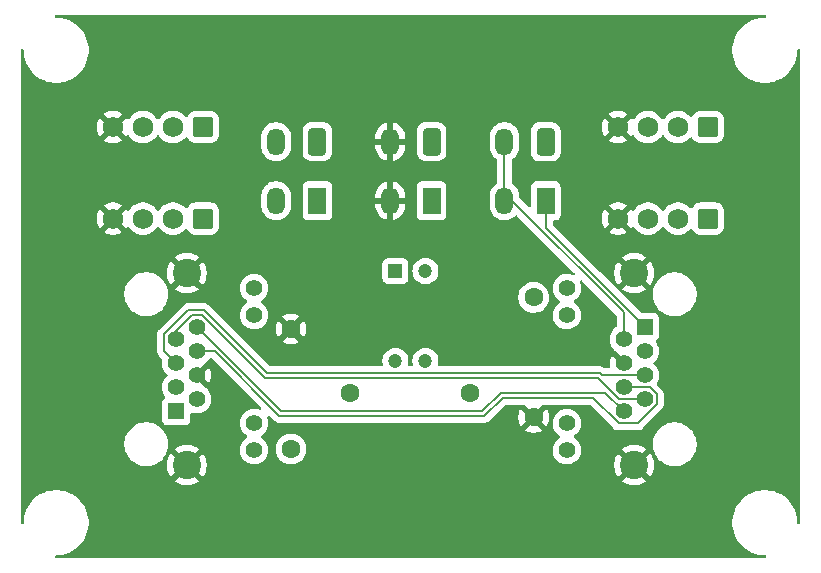
<source format=gtl>
G04 #@! TF.GenerationSoftware,KiCad,Pcbnew,9.0.2*
G04 #@! TF.CreationDate,2025-11-18T17:36:01+08:00*
G04 #@! TF.ProjectId,rio module,72696f20-6d6f-4647-956c-652e6b696361,rev?*
G04 #@! TF.SameCoordinates,Original*
G04 #@! TF.FileFunction,Copper,L1,Top*
G04 #@! TF.FilePolarity,Positive*
%FSLAX46Y46*%
G04 Gerber Fmt 4.6, Leading zero omitted, Abs format (unit mm)*
G04 Created by KiCad (PCBNEW 9.0.2) date 2025-11-18 17:36:01*
%MOMM*%
%LPD*%
G01*
G04 APERTURE LIST*
G04 Aperture macros list*
%AMRoundRect*
0 Rectangle with rounded corners*
0 $1 Rounding radius*
0 $2 $3 $4 $5 $6 $7 $8 $9 X,Y pos of 4 corners*
0 Add a 4 corners polygon primitive as box body*
4,1,4,$2,$3,$4,$5,$6,$7,$8,$9,$2,$3,0*
0 Add four circle primitives for the rounded corners*
1,1,$1+$1,$2,$3*
1,1,$1+$1,$4,$5*
1,1,$1+$1,$6,$7*
1,1,$1+$1,$8,$9*
0 Add four rect primitives between the rounded corners*
20,1,$1+$1,$2,$3,$4,$5,0*
20,1,$1+$1,$4,$5,$6,$7,0*
20,1,$1+$1,$6,$7,$8,$9,0*
20,1,$1+$1,$8,$9,$2,$3,0*%
G04 Aperture macros list end*
G04 #@! TA.AperFunction,ComponentPad*
%ADD10R,1.408000X1.408000*%
G04 #@! TD*
G04 #@! TA.AperFunction,ComponentPad*
%ADD11C,1.408000*%
G04 #@! TD*
G04 #@! TA.AperFunction,ComponentPad*
%ADD12C,2.400000*%
G04 #@! TD*
G04 #@! TA.AperFunction,ComponentPad*
%ADD13RoundRect,0.250000X0.620000X0.620000X-0.620000X0.620000X-0.620000X-0.620000X0.620000X-0.620000X0*%
G04 #@! TD*
G04 #@! TA.AperFunction,ComponentPad*
%ADD14C,1.740000*%
G04 #@! TD*
G04 #@! TA.AperFunction,ComponentPad*
%ADD15R,1.500000X2.300000*%
G04 #@! TD*
G04 #@! TA.AperFunction,ComponentPad*
%ADD16RoundRect,0.250001X0.499999X0.899999X-0.499999X0.899999X-0.499999X-0.899999X0.499999X-0.899999X0*%
G04 #@! TD*
G04 #@! TA.AperFunction,ComponentPad*
%ADD17O,1.500000X2.300000*%
G04 #@! TD*
G04 #@! TA.AperFunction,ComponentPad*
%ADD18C,1.600000*%
G04 #@! TD*
G04 #@! TA.AperFunction,ComponentPad*
%ADD19R,1.200000X1.200000*%
G04 #@! TD*
G04 #@! TA.AperFunction,ComponentPad*
%ADD20C,1.200000*%
G04 #@! TD*
G04 #@! TA.AperFunction,Conductor*
%ADD21C,0.200000*%
G04 #@! TD*
G04 APERTURE END LIST*
D10*
X53290000Y-85810000D03*
D11*
X55070000Y-84790000D03*
X53290000Y-83770000D03*
X55070000Y-82750000D03*
X53290000Y-81730000D03*
X55070000Y-80710000D03*
X53290000Y-79690000D03*
X55070000Y-78670000D03*
X59890000Y-89100000D03*
X59890000Y-86810000D03*
X59890000Y-77670000D03*
X59890000Y-75380000D03*
D12*
X54180000Y-74115000D03*
X54180000Y-90365000D03*
D13*
X98305000Y-61750000D03*
D14*
X95765000Y-61750000D03*
X93225000Y-61750000D03*
X90685000Y-61750000D03*
D15*
X74910000Y-67982500D03*
D16*
X74910000Y-62982500D03*
D17*
X71410000Y-67982500D03*
X71410000Y-62982500D03*
D18*
X83547500Y-76170000D03*
X83547500Y-86330000D03*
D13*
X55555000Y-61750000D03*
D14*
X53015000Y-61750000D03*
X50475000Y-61750000D03*
X47935000Y-61750000D03*
D15*
X65250000Y-67982500D03*
D16*
X65250000Y-62982500D03*
D17*
X61750000Y-67982500D03*
X61750000Y-62982500D03*
D18*
X63000000Y-89000000D03*
X63000000Y-78840000D03*
D13*
X98305000Y-69500000D03*
D14*
X95765000Y-69500000D03*
X93225000Y-69500000D03*
X90685000Y-69500000D03*
D19*
X71855000Y-73940000D03*
D20*
X71855000Y-81560000D03*
X74395000Y-73940000D03*
X74395000Y-81560000D03*
D10*
X92960000Y-78680000D03*
D11*
X91180000Y-79700000D03*
X92960000Y-80720000D03*
X91180000Y-81740000D03*
X92960000Y-82760000D03*
X91180000Y-83780000D03*
X92960000Y-84800000D03*
X91180000Y-85820000D03*
X86360000Y-75390000D03*
X86360000Y-77680000D03*
X86360000Y-86820000D03*
X86360000Y-89110000D03*
D12*
X92070000Y-90375000D03*
X92070000Y-74125000D03*
D18*
X78205000Y-84250000D03*
X68045000Y-84250000D03*
D15*
X84580000Y-68000000D03*
D16*
X84580000Y-63000000D03*
D17*
X81080000Y-68000000D03*
X81080000Y-63000000D03*
D13*
X55555000Y-69500000D03*
D14*
X53015000Y-69500000D03*
X50475000Y-69500000D03*
X47935000Y-69500000D03*
D21*
X91180000Y-77430000D02*
X91180000Y-79700000D01*
X81080000Y-68000000D02*
X81750000Y-68000000D01*
X81080000Y-63000000D02*
X81080000Y-68000000D01*
X81750000Y-68000000D02*
X91180000Y-77430000D01*
X92960000Y-78642900D02*
X92960000Y-78680000D01*
X84580000Y-68000000D02*
X84580000Y-70262900D01*
X84580000Y-70262900D02*
X92960000Y-78642900D01*
X54294715Y-77264000D02*
X52285000Y-79273715D01*
X55652385Y-77264000D02*
X54294715Y-77264000D01*
X52285000Y-79273715D02*
X52285000Y-80725000D01*
X60987385Y-82599000D02*
X55652385Y-77264000D01*
X52285000Y-80725000D02*
X53290000Y-81730000D01*
X89144815Y-82599000D02*
X60987385Y-82599000D01*
X89305815Y-82760000D02*
X89144815Y-82599000D01*
X92960000Y-82760000D02*
X89305815Y-82760000D01*
X79214775Y-85785225D02*
X80750000Y-84250000D01*
X55070000Y-78670000D02*
X62185225Y-85785225D01*
X80750000Y-84250000D02*
X89610000Y-84250000D01*
X62185225Y-85785225D02*
X79214775Y-85785225D01*
X89610000Y-84250000D02*
X91180000Y-85820000D01*
X93965000Y-84383715D02*
X93361285Y-83780000D01*
X55070000Y-80710000D02*
X56542900Y-80710000D01*
X62019125Y-86186225D02*
X79380875Y-86186225D01*
X80916100Y-84651000D02*
X88589715Y-84651000D01*
X90763715Y-86825000D02*
X92356285Y-86825000D01*
X93965000Y-85216285D02*
X93965000Y-84383715D01*
X79380875Y-86186225D02*
X80916100Y-84651000D01*
X93361285Y-83780000D02*
X91180000Y-83780000D01*
X92356285Y-86825000D02*
X93965000Y-85216285D01*
X88589715Y-84651000D02*
X90763715Y-86825000D01*
X56542900Y-80710000D02*
X62019125Y-86186225D01*
X88978715Y-83000000D02*
X90778715Y-84800000D01*
X90778715Y-84800000D02*
X92960000Y-84800000D01*
X53290000Y-79028715D02*
X54653715Y-77665000D01*
X53290000Y-79690000D02*
X53290000Y-79028715D01*
X55486285Y-77665000D02*
X60821285Y-83000000D01*
X54653715Y-77665000D02*
X55486285Y-77665000D01*
X60821285Y-83000000D02*
X88978715Y-83000000D01*
G04 #@! TA.AperFunction,Conductor*
G36*
X103128244Y-52250670D02*
G01*
X103147324Y-52251670D01*
X103213241Y-52274836D01*
X103256170Y-52329963D01*
X103262480Y-52399547D01*
X103230168Y-52461496D01*
X103169494Y-52496143D01*
X103140834Y-52499500D01*
X102970528Y-52499500D01*
X102663562Y-52534086D01*
X102663544Y-52534089D01*
X102362364Y-52602831D01*
X102362352Y-52602835D01*
X102070777Y-52704862D01*
X102070763Y-52704868D01*
X101792437Y-52838903D01*
X101530858Y-53003264D01*
X101289326Y-53195879D01*
X101070879Y-53414326D01*
X100878264Y-53655858D01*
X100713903Y-53917437D01*
X100579868Y-54195763D01*
X100579862Y-54195777D01*
X100477835Y-54487352D01*
X100477831Y-54487364D01*
X100409089Y-54788544D01*
X100409086Y-54788562D01*
X100374500Y-55095528D01*
X100374500Y-55404471D01*
X100409086Y-55711437D01*
X100409089Y-55711455D01*
X100477831Y-56012635D01*
X100477835Y-56012647D01*
X100579862Y-56304222D01*
X100579868Y-56304236D01*
X100713903Y-56582562D01*
X100713905Y-56582565D01*
X100878265Y-56844143D01*
X101070880Y-57085674D01*
X101289326Y-57304120D01*
X101530857Y-57496735D01*
X101792435Y-57661095D01*
X102070771Y-57795135D01*
X102070777Y-57795137D01*
X102362352Y-57897164D01*
X102362364Y-57897168D01*
X102663548Y-57965911D01*
X102663554Y-57965911D01*
X102663562Y-57965913D01*
X102868206Y-57988970D01*
X102970529Y-58000499D01*
X102970532Y-58000500D01*
X102970535Y-58000500D01*
X103279468Y-58000500D01*
X103279469Y-58000499D01*
X103436356Y-57982822D01*
X103586437Y-57965913D01*
X103586442Y-57965912D01*
X103586452Y-57965911D01*
X103887636Y-57897168D01*
X104179229Y-57795135D01*
X104457565Y-57661095D01*
X104719143Y-57496735D01*
X104960674Y-57304120D01*
X105179120Y-57085674D01*
X105371735Y-56844143D01*
X105536095Y-56582565D01*
X105670135Y-56304229D01*
X105772168Y-56012636D01*
X105840911Y-55711452D01*
X105875500Y-55404465D01*
X105875500Y-55234165D01*
X105884464Y-55203637D01*
X105891819Y-55172677D01*
X105894239Y-55170347D01*
X105895185Y-55167126D01*
X105919224Y-55146295D01*
X105942156Y-55124221D01*
X105945451Y-55123569D01*
X105947989Y-55121371D01*
X105979481Y-55116842D01*
X106010699Y-55110672D01*
X106013822Y-55111905D01*
X106017147Y-55111427D01*
X106046098Y-55124648D01*
X106075687Y-55136331D01*
X106077647Y-55139056D01*
X106080703Y-55140452D01*
X106097905Y-55167219D01*
X106116486Y-55193051D01*
X106117365Y-55197500D01*
X106118477Y-55199230D01*
X106123330Y-55227675D01*
X106124330Y-55246756D01*
X106124500Y-55253246D01*
X106124500Y-95246753D01*
X106124330Y-95253243D01*
X106123330Y-95272324D01*
X106100164Y-95338241D01*
X106045038Y-95381170D01*
X105975453Y-95387480D01*
X105913504Y-95355169D01*
X105878858Y-95294494D01*
X105875500Y-95265834D01*
X105875500Y-95095532D01*
X105875499Y-95095528D01*
X105840913Y-94788562D01*
X105840910Y-94788544D01*
X105772168Y-94487364D01*
X105772164Y-94487352D01*
X105670137Y-94195777D01*
X105670135Y-94195771D01*
X105536095Y-93917435D01*
X105371735Y-93655857D01*
X105179120Y-93414326D01*
X104960674Y-93195880D01*
X104719143Y-93003265D01*
X104457565Y-92838905D01*
X104457562Y-92838903D01*
X104179236Y-92704868D01*
X104179222Y-92704862D01*
X103887647Y-92602835D01*
X103887635Y-92602831D01*
X103586455Y-92534089D01*
X103586437Y-92534086D01*
X103279471Y-92499500D01*
X103279465Y-92499500D01*
X102970535Y-92499500D01*
X102970528Y-92499500D01*
X102663562Y-92534086D01*
X102663544Y-92534089D01*
X102362364Y-92602831D01*
X102362352Y-92602835D01*
X102070777Y-92704862D01*
X102070763Y-92704868D01*
X101792437Y-92838903D01*
X101530858Y-93003264D01*
X101289326Y-93195879D01*
X101070879Y-93414326D01*
X100878264Y-93655858D01*
X100713903Y-93917437D01*
X100579868Y-94195763D01*
X100579862Y-94195777D01*
X100477835Y-94487352D01*
X100477831Y-94487364D01*
X100409089Y-94788544D01*
X100409086Y-94788562D01*
X100374500Y-95095528D01*
X100374500Y-95404471D01*
X100409086Y-95711437D01*
X100409089Y-95711455D01*
X100477831Y-96012635D01*
X100477835Y-96012647D01*
X100579862Y-96304222D01*
X100579868Y-96304236D01*
X100713903Y-96582562D01*
X100713905Y-96582565D01*
X100878265Y-96844143D01*
X101070880Y-97085674D01*
X101289326Y-97304120D01*
X101530857Y-97496735D01*
X101792435Y-97661095D01*
X102070771Y-97795135D01*
X102070777Y-97795137D01*
X102362352Y-97897164D01*
X102362364Y-97897168D01*
X102663548Y-97965911D01*
X102663554Y-97965911D01*
X102663562Y-97965913D01*
X102868206Y-97988970D01*
X102970529Y-98000499D01*
X102970532Y-98000500D01*
X103140834Y-98000500D01*
X103171361Y-98009464D01*
X103202322Y-98016819D01*
X103204651Y-98019239D01*
X103207873Y-98020185D01*
X103228703Y-98044224D01*
X103250778Y-98067156D01*
X103251429Y-98070451D01*
X103253628Y-98072989D01*
X103258156Y-98104481D01*
X103264327Y-98135699D01*
X103263093Y-98138822D01*
X103263572Y-98142147D01*
X103250354Y-98171089D01*
X103238669Y-98200687D01*
X103235941Y-98202648D01*
X103234547Y-98205703D01*
X103207783Y-98222902D01*
X103181948Y-98241486D01*
X103177498Y-98242365D01*
X103175769Y-98243477D01*
X103147324Y-98248330D01*
X103128244Y-98249330D01*
X103121754Y-98249500D01*
X43128246Y-98249500D01*
X43121756Y-98249330D01*
X43102676Y-98248330D01*
X43036759Y-98225164D01*
X42993830Y-98170037D01*
X42987520Y-98100453D01*
X43019832Y-98038504D01*
X43080506Y-98003857D01*
X43109166Y-98000500D01*
X43279468Y-98000500D01*
X43279469Y-98000499D01*
X43436356Y-97982822D01*
X43586437Y-97965913D01*
X43586442Y-97965912D01*
X43586452Y-97965911D01*
X43887636Y-97897168D01*
X44179229Y-97795135D01*
X44457565Y-97661095D01*
X44719143Y-97496735D01*
X44960674Y-97304120D01*
X45179120Y-97085674D01*
X45371735Y-96844143D01*
X45536095Y-96582565D01*
X45670135Y-96304229D01*
X45772168Y-96012636D01*
X45840911Y-95711452D01*
X45875500Y-95404465D01*
X45875500Y-95095535D01*
X45840911Y-94788548D01*
X45772168Y-94487364D01*
X45670135Y-94195771D01*
X45536095Y-93917435D01*
X45371735Y-93655857D01*
X45179120Y-93414326D01*
X44960674Y-93195880D01*
X44719143Y-93003265D01*
X44457565Y-92838905D01*
X44457562Y-92838903D01*
X44179236Y-92704868D01*
X44179222Y-92704862D01*
X43887647Y-92602835D01*
X43887635Y-92602831D01*
X43586455Y-92534089D01*
X43586437Y-92534086D01*
X43279471Y-92499500D01*
X43279465Y-92499500D01*
X42970535Y-92499500D01*
X42970528Y-92499500D01*
X42663562Y-92534086D01*
X42663544Y-92534089D01*
X42362364Y-92602831D01*
X42362352Y-92602835D01*
X42070777Y-92704862D01*
X42070763Y-92704868D01*
X41792437Y-92838903D01*
X41530858Y-93003264D01*
X41289326Y-93195879D01*
X41070879Y-93414326D01*
X40878264Y-93655858D01*
X40713903Y-93917437D01*
X40579868Y-94195763D01*
X40579862Y-94195777D01*
X40477835Y-94487352D01*
X40477831Y-94487364D01*
X40409089Y-94788544D01*
X40409086Y-94788562D01*
X40374500Y-95095528D01*
X40374500Y-95265834D01*
X40365535Y-95296361D01*
X40358181Y-95327322D01*
X40355760Y-95329651D01*
X40354815Y-95332873D01*
X40330775Y-95353703D01*
X40307844Y-95375778D01*
X40304548Y-95376429D01*
X40302011Y-95378628D01*
X40270518Y-95383156D01*
X40239301Y-95389327D01*
X40236177Y-95388093D01*
X40232853Y-95388572D01*
X40203901Y-95375350D01*
X40174313Y-95363668D01*
X40172352Y-95360942D01*
X40169297Y-95359547D01*
X40152094Y-95332779D01*
X40133514Y-95306948D01*
X40132634Y-95302498D01*
X40131523Y-95300769D01*
X40126670Y-95272324D01*
X40125670Y-95253243D01*
X40125500Y-95246753D01*
X40125500Y-88468711D01*
X48899500Y-88468711D01*
X48899500Y-88711288D01*
X48925946Y-88912174D01*
X48931162Y-88951789D01*
X48946503Y-89009042D01*
X48993947Y-89186104D01*
X49086773Y-89410205D01*
X49086777Y-89410214D01*
X49092551Y-89420214D01*
X49208064Y-89620289D01*
X49208066Y-89620292D01*
X49208067Y-89620293D01*
X49355733Y-89812736D01*
X49355739Y-89812743D01*
X49527256Y-89984260D01*
X49527263Y-89984266D01*
X49603344Y-90042645D01*
X49719711Y-90131936D01*
X49929788Y-90253224D01*
X50153900Y-90346054D01*
X50388211Y-90408838D01*
X50568586Y-90432584D01*
X50628711Y-90440500D01*
X50628712Y-90440500D01*
X50871289Y-90440500D01*
X50919388Y-90434167D01*
X51111789Y-90408838D01*
X51346100Y-90346054D01*
X51569365Y-90253575D01*
X52480000Y-90253575D01*
X52480000Y-90476424D01*
X52509085Y-90697354D01*
X52509088Y-90697367D01*
X52566763Y-90912618D01*
X52652045Y-91118502D01*
X52652054Y-91118520D01*
X52763464Y-91311491D01*
X52763473Y-91311504D01*
X52814040Y-91377403D01*
X52814043Y-91377403D01*
X53464152Y-90727293D01*
X53471049Y-90743942D01*
X53558599Y-90874970D01*
X53670030Y-90986401D01*
X53801058Y-91073951D01*
X53817705Y-91080846D01*
X53167595Y-91730955D01*
X53167595Y-91730956D01*
X53233507Y-91781533D01*
X53426485Y-91892949D01*
X53426497Y-91892954D01*
X53632381Y-91978236D01*
X53847632Y-92035911D01*
X53847645Y-92035914D01*
X54068575Y-92065000D01*
X54291425Y-92065000D01*
X54512354Y-92035914D01*
X54512367Y-92035911D01*
X54727618Y-91978236D01*
X54933502Y-91892954D01*
X54933514Y-91892949D01*
X55126498Y-91781530D01*
X55192404Y-91730957D01*
X55192404Y-91730956D01*
X54542294Y-91080846D01*
X54558942Y-91073951D01*
X54689970Y-90986401D01*
X54801401Y-90874970D01*
X54888951Y-90743942D01*
X54895846Y-90727294D01*
X55545956Y-91377404D01*
X55545957Y-91377403D01*
X55596530Y-91311498D01*
X55707949Y-91118514D01*
X55707954Y-91118502D01*
X55793236Y-90912618D01*
X55850911Y-90697367D01*
X55850914Y-90697354D01*
X55880000Y-90476424D01*
X55880000Y-90253575D01*
X55850914Y-90032645D01*
X55850911Y-90032632D01*
X55793236Y-89817381D01*
X55707954Y-89611497D01*
X55707949Y-89611485D01*
X55596533Y-89418507D01*
X55545956Y-89352595D01*
X55545955Y-89352595D01*
X54895846Y-90002704D01*
X54888951Y-89986058D01*
X54801401Y-89855030D01*
X54689970Y-89743599D01*
X54558942Y-89656049D01*
X54542293Y-89649152D01*
X55192403Y-88999043D01*
X55192403Y-88999040D01*
X55126504Y-88948473D01*
X55126491Y-88948464D01*
X54933520Y-88837054D01*
X54933502Y-88837045D01*
X54727618Y-88751763D01*
X54512367Y-88694088D01*
X54512354Y-88694085D01*
X54291425Y-88665000D01*
X54068575Y-88665000D01*
X53847645Y-88694085D01*
X53847632Y-88694088D01*
X53632381Y-88751763D01*
X53426497Y-88837045D01*
X53426479Y-88837054D01*
X53233511Y-88948462D01*
X53167595Y-88999042D01*
X53817706Y-89649152D01*
X53801058Y-89656049D01*
X53670030Y-89743599D01*
X53558599Y-89855030D01*
X53471049Y-89986058D01*
X53464153Y-90002706D01*
X52814042Y-89352595D01*
X52763462Y-89418511D01*
X52652054Y-89611479D01*
X52652045Y-89611497D01*
X52566763Y-89817381D01*
X52509088Y-90032632D01*
X52509085Y-90032645D01*
X52480000Y-90253575D01*
X51569365Y-90253575D01*
X51570212Y-90253224D01*
X51780289Y-90131936D01*
X51972738Y-89984265D01*
X52144265Y-89812738D01*
X52291936Y-89620289D01*
X52413224Y-89410212D01*
X52506054Y-89186100D01*
X52568838Y-88951789D01*
X52600500Y-88711288D01*
X52600500Y-88468712D01*
X52568838Y-88228211D01*
X52506054Y-87993900D01*
X52413224Y-87769788D01*
X52291936Y-87559711D01*
X52188953Y-87425501D01*
X52144266Y-87367263D01*
X52144260Y-87367256D01*
X51972743Y-87195739D01*
X51972736Y-87195733D01*
X51780293Y-87048067D01*
X51780292Y-87048066D01*
X51780289Y-87048064D01*
X51570212Y-86926776D01*
X51570205Y-86926773D01*
X51346104Y-86833947D01*
X51111785Y-86771161D01*
X50871289Y-86739500D01*
X50871288Y-86739500D01*
X50628712Y-86739500D01*
X50628711Y-86739500D01*
X50388214Y-86771161D01*
X50153895Y-86833947D01*
X49929794Y-86926773D01*
X49929785Y-86926777D01*
X49719706Y-87048067D01*
X49527263Y-87195733D01*
X49527256Y-87195739D01*
X49355739Y-87367256D01*
X49355733Y-87367263D01*
X49208067Y-87559706D01*
X49208064Y-87559710D01*
X49208064Y-87559711D01*
X49191817Y-87587851D01*
X49086777Y-87769785D01*
X49086773Y-87769794D01*
X48993947Y-87993895D01*
X48931161Y-88228214D01*
X48899500Y-88468711D01*
X40125500Y-88468711D01*
X40125500Y-80804054D01*
X51684498Y-80804054D01*
X51725423Y-80956786D01*
X51725424Y-80956787D01*
X51748786Y-80997251D01*
X51804481Y-81093717D01*
X51923349Y-81212585D01*
X51923355Y-81212590D01*
X52076437Y-81365672D01*
X52109922Y-81426995D01*
X52111229Y-81472751D01*
X52085500Y-81635199D01*
X52085500Y-81824800D01*
X52113011Y-81998499D01*
X52115158Y-82012055D01*
X52124051Y-82039423D01*
X52173747Y-82192372D01*
X52228587Y-82300000D01*
X52259819Y-82361296D01*
X52341481Y-82473694D01*
X52371260Y-82514680D01*
X52505321Y-82648741D01*
X52506618Y-82649683D01*
X52506991Y-82650167D01*
X52509026Y-82651905D01*
X52508660Y-82652332D01*
X52549283Y-82705013D01*
X52555261Y-82774627D01*
X52522654Y-82836421D01*
X52506618Y-82850317D01*
X52505321Y-82851258D01*
X52371260Y-82985319D01*
X52259819Y-83138703D01*
X52173747Y-83307627D01*
X52115157Y-83487949D01*
X52085500Y-83675199D01*
X52085500Y-83864800D01*
X52098276Y-83945465D01*
X52115158Y-84052055D01*
X52149811Y-84158704D01*
X52173747Y-84232372D01*
X52259821Y-84401300D01*
X52340287Y-84512050D01*
X52363768Y-84577856D01*
X52347943Y-84645910D01*
X52314282Y-84684202D01*
X52228452Y-84748455D01*
X52142206Y-84863664D01*
X52142202Y-84863671D01*
X52091908Y-84998517D01*
X52085501Y-85058116D01*
X52085500Y-85058135D01*
X52085500Y-86561870D01*
X52085501Y-86561876D01*
X52091908Y-86621483D01*
X52142202Y-86756328D01*
X52142206Y-86756335D01*
X52228452Y-86871544D01*
X52228455Y-86871547D01*
X52343664Y-86957793D01*
X52343671Y-86957797D01*
X52478517Y-87008091D01*
X52478516Y-87008091D01*
X52485444Y-87008835D01*
X52538127Y-87014500D01*
X54041872Y-87014499D01*
X54101483Y-87008091D01*
X54236331Y-86957796D01*
X54351546Y-86871546D01*
X54437796Y-86756331D01*
X54488091Y-86621483D01*
X54494500Y-86561873D01*
X54494499Y-86040165D01*
X54514183Y-85973127D01*
X54566987Y-85927372D01*
X54636146Y-85917428D01*
X54656810Y-85922233D01*
X54787945Y-85964842D01*
X54891977Y-85981318D01*
X54975200Y-85994500D01*
X54975204Y-85994500D01*
X55164800Y-85994500D01*
X55248022Y-85981318D01*
X55352055Y-85964842D01*
X55532368Y-85906254D01*
X55701296Y-85820181D01*
X55854679Y-85708741D01*
X55988741Y-85574679D01*
X56100181Y-85421296D01*
X56186254Y-85252368D01*
X56244842Y-85072055D01*
X56267086Y-84931609D01*
X56274500Y-84884800D01*
X56274500Y-84695199D01*
X56255914Y-84577856D01*
X56244842Y-84507945D01*
X56186254Y-84327632D01*
X56186252Y-84327629D01*
X56186252Y-84327627D01*
X56100180Y-84158703D01*
X56022695Y-84052055D01*
X55988741Y-84005321D01*
X55854679Y-83871259D01*
X55845784Y-83864796D01*
X55782039Y-83818482D01*
X55768220Y-83800560D01*
X55767614Y-83801167D01*
X55158585Y-83192138D01*
X55243694Y-83169333D01*
X55346306Y-83110090D01*
X55430090Y-83026306D01*
X55489333Y-82923694D01*
X55512137Y-82838585D01*
X56080745Y-83407193D01*
X56080746Y-83407192D01*
X56099746Y-83381043D01*
X56099756Y-83381027D01*
X56185787Y-83212184D01*
X56185788Y-83212182D01*
X56244354Y-83031937D01*
X56274000Y-82844762D01*
X56274000Y-82655237D01*
X56244354Y-82468062D01*
X56185789Y-82287821D01*
X56099752Y-82118966D01*
X56080745Y-82092806D01*
X55512137Y-82661414D01*
X55489333Y-82576306D01*
X55430090Y-82473694D01*
X55346306Y-82389910D01*
X55243694Y-82330667D01*
X55158584Y-82307861D01*
X55762235Y-81704210D01*
X55782038Y-81681517D01*
X55854679Y-81628741D01*
X55988741Y-81494679D01*
X56085419Y-81361613D01*
X56089751Y-81358273D01*
X56092024Y-81353297D01*
X56117126Y-81337164D01*
X56140750Y-81318949D01*
X56147420Y-81317696D01*
X56150802Y-81315523D01*
X56185737Y-81310500D01*
X56242803Y-81310500D01*
X56309842Y-81330185D01*
X56330483Y-81346818D01*
X60468637Y-85484973D01*
X60502122Y-85546295D01*
X60497138Y-85615987D01*
X60455266Y-85671920D01*
X60389802Y-85696337D01*
X60342638Y-85690584D01*
X60172052Y-85635157D01*
X59984800Y-85605500D01*
X59984796Y-85605500D01*
X59795204Y-85605500D01*
X59795200Y-85605500D01*
X59607949Y-85635157D01*
X59607946Y-85635157D01*
X59607945Y-85635158D01*
X59549482Y-85654153D01*
X59427627Y-85693747D01*
X59258703Y-85779819D01*
X59105319Y-85891260D01*
X58971260Y-86025319D01*
X58859819Y-86178703D01*
X58773747Y-86347627D01*
X58715157Y-86527949D01*
X58685500Y-86715199D01*
X58685500Y-86904800D01*
X58709775Y-87058067D01*
X58715158Y-87092055D01*
X58752095Y-87205733D01*
X58773747Y-87272372D01*
X58851771Y-87425501D01*
X58859819Y-87441296D01*
X58971259Y-87594679D01*
X59105321Y-87728741D01*
X59258704Y-87840181D01*
X59258706Y-87840182D01*
X59267211Y-87844516D01*
X59318006Y-87892490D01*
X59334801Y-87960311D01*
X59312263Y-88026446D01*
X59267211Y-88065484D01*
X59258706Y-88069817D01*
X59105319Y-88181260D01*
X58971260Y-88315319D01*
X58859819Y-88468703D01*
X58773747Y-88637627D01*
X58715157Y-88817949D01*
X58685500Y-89005199D01*
X58685500Y-89194800D01*
X58687084Y-89204800D01*
X58715158Y-89382055D01*
X58730253Y-89428511D01*
X58773747Y-89562372D01*
X58834504Y-89681613D01*
X58859819Y-89731296D01*
X58971259Y-89884679D01*
X59105321Y-90018741D01*
X59258704Y-90130181D01*
X59338515Y-90170846D01*
X59427627Y-90216252D01*
X59427629Y-90216252D01*
X59427632Y-90216254D01*
X59607945Y-90274842D01*
X59701574Y-90289671D01*
X59795200Y-90304500D01*
X59795204Y-90304500D01*
X59984800Y-90304500D01*
X60068022Y-90291318D01*
X60172055Y-90274842D01*
X60352368Y-90216254D01*
X60521296Y-90130181D01*
X60674679Y-90018741D01*
X60808741Y-89884679D01*
X60920181Y-89731296D01*
X61006254Y-89562368D01*
X61064842Y-89382055D01*
X61092916Y-89204800D01*
X61094500Y-89194800D01*
X61094500Y-89005199D01*
X61079766Y-88912174D01*
X61079766Y-88912173D01*
X61077466Y-88897648D01*
X61699500Y-88897648D01*
X61699500Y-89102351D01*
X61731522Y-89304534D01*
X61794781Y-89499223D01*
X61856468Y-89620289D01*
X61879784Y-89666049D01*
X61887715Y-89681613D01*
X62008028Y-89847213D01*
X62152786Y-89991971D01*
X62307749Y-90104556D01*
X62318390Y-90112287D01*
X62434607Y-90171503D01*
X62500776Y-90205218D01*
X62500778Y-90205218D01*
X62500781Y-90205220D01*
X62565508Y-90226251D01*
X62695465Y-90268477D01*
X62735652Y-90274842D01*
X62897648Y-90300500D01*
X62897649Y-90300500D01*
X63102351Y-90300500D01*
X63102352Y-90300500D01*
X63304534Y-90268477D01*
X63499219Y-90205220D01*
X63681610Y-90112287D01*
X63806643Y-90021446D01*
X63847213Y-89991971D01*
X63847215Y-89991968D01*
X63847219Y-89991966D01*
X63991966Y-89847219D01*
X63991968Y-89847215D01*
X63991971Y-89847213D01*
X64059984Y-89753599D01*
X64112287Y-89681610D01*
X64205220Y-89499219D01*
X64268477Y-89304534D01*
X64300500Y-89102352D01*
X64300500Y-88897648D01*
X64268477Y-88695466D01*
X64268029Y-88694088D01*
X64205218Y-88500776D01*
X64171503Y-88434607D01*
X64112287Y-88318390D01*
X64104556Y-88307749D01*
X63991971Y-88152786D01*
X63847213Y-88008028D01*
X63681613Y-87887715D01*
X63681612Y-87887714D01*
X63681610Y-87887713D01*
X63616457Y-87854516D01*
X63499223Y-87794781D01*
X63304534Y-87731522D01*
X63129995Y-87703878D01*
X63102352Y-87699500D01*
X62897648Y-87699500D01*
X62873329Y-87703351D01*
X62695465Y-87731522D01*
X62500776Y-87794781D01*
X62318386Y-87887715D01*
X62152786Y-88008028D01*
X62008028Y-88152786D01*
X61887715Y-88318386D01*
X61794781Y-88500776D01*
X61731522Y-88695465D01*
X61699500Y-88897648D01*
X61077466Y-88897648D01*
X61064843Y-88817950D01*
X61064842Y-88817948D01*
X61064842Y-88817945D01*
X61006254Y-88637632D01*
X61006252Y-88637629D01*
X61006252Y-88637627D01*
X60925280Y-88478712D01*
X60920181Y-88468704D01*
X60808741Y-88315321D01*
X60674679Y-88181259D01*
X60521296Y-88069819D01*
X60512792Y-88065486D01*
X60461995Y-88017513D01*
X60445198Y-87949692D01*
X60467734Y-87883557D01*
X60512792Y-87844514D01*
X60512803Y-87844508D01*
X60521296Y-87840181D01*
X60674679Y-87728741D01*
X60808741Y-87594679D01*
X60920181Y-87441296D01*
X60963975Y-87355343D01*
X60989159Y-87305920D01*
X60989160Y-87305918D01*
X61006251Y-87272375D01*
X61006251Y-87272371D01*
X61006254Y-87272368D01*
X61064842Y-87092055D01*
X61086106Y-86957796D01*
X61094500Y-86904800D01*
X61094500Y-86715199D01*
X61079657Y-86621483D01*
X61064842Y-86527945D01*
X61009414Y-86357360D01*
X61007420Y-86287521D01*
X61043500Y-86227688D01*
X61106201Y-86196860D01*
X61175615Y-86204824D01*
X61215027Y-86231363D01*
X61650409Y-86666745D01*
X61650411Y-86666746D01*
X61650415Y-86666749D01*
X61787334Y-86745798D01*
X61787337Y-86745800D01*
X61787341Y-86745802D01*
X61940068Y-86786726D01*
X61940070Y-86786726D01*
X62105779Y-86786726D01*
X62105795Y-86786725D01*
X79294206Y-86786725D01*
X79294222Y-86786726D01*
X79301818Y-86786726D01*
X79459929Y-86786726D01*
X79459932Y-86786726D01*
X79612660Y-86745802D01*
X79665657Y-86715204D01*
X79749591Y-86666745D01*
X79861395Y-86554941D01*
X79861395Y-86554939D01*
X79871599Y-86544736D01*
X79871602Y-86544731D01*
X81128516Y-85287819D01*
X81189839Y-85254334D01*
X81216197Y-85251500D01*
X82771191Y-85251500D01*
X82838230Y-85271185D01*
X82858872Y-85287819D01*
X83501054Y-85930000D01*
X83494839Y-85930000D01*
X83393106Y-85957259D01*
X83301894Y-86009920D01*
X83227420Y-86084394D01*
X83174759Y-86175606D01*
X83147500Y-86277339D01*
X83147500Y-86283553D01*
X82468024Y-85604077D01*
X82468023Y-85604077D01*
X82435643Y-85648644D01*
X82342744Y-85830968D01*
X82279509Y-86025582D01*
X82247500Y-86227682D01*
X82247500Y-86432317D01*
X82279509Y-86634417D01*
X82342744Y-86829031D01*
X82435641Y-87011350D01*
X82435647Y-87011359D01*
X82468023Y-87055921D01*
X82468024Y-87055922D01*
X83147500Y-86376446D01*
X83147500Y-86382661D01*
X83174759Y-86484394D01*
X83227420Y-86575606D01*
X83301894Y-86650080D01*
X83393106Y-86702741D01*
X83494839Y-86730000D01*
X83501053Y-86730000D01*
X82821576Y-87409474D01*
X82866150Y-87441859D01*
X83048468Y-87534755D01*
X83243082Y-87597990D01*
X83445183Y-87630000D01*
X83649817Y-87630000D01*
X83851917Y-87597990D01*
X84046531Y-87534755D01*
X84228849Y-87441859D01*
X84273421Y-87409474D01*
X83593947Y-86730000D01*
X83600161Y-86730000D01*
X83701894Y-86702741D01*
X83793106Y-86650080D01*
X83867580Y-86575606D01*
X83920241Y-86484394D01*
X83947500Y-86382661D01*
X83947500Y-86376447D01*
X84626974Y-87055921D01*
X84659359Y-87011349D01*
X84752255Y-86829031D01*
X84785993Y-86725199D01*
X85155500Y-86725199D01*
X85155500Y-86914800D01*
X85178191Y-87058067D01*
X85185158Y-87102055D01*
X85224750Y-87223905D01*
X85243747Y-87282372D01*
X85316675Y-87425499D01*
X85329819Y-87451296D01*
X85441259Y-87604679D01*
X85575321Y-87738741D01*
X85728704Y-87850181D01*
X85728706Y-87850182D01*
X85737211Y-87854516D01*
X85788006Y-87902490D01*
X85804801Y-87970311D01*
X85782263Y-88036446D01*
X85737211Y-88075484D01*
X85728706Y-88079817D01*
X85575319Y-88191260D01*
X85441260Y-88325319D01*
X85329819Y-88478703D01*
X85243747Y-88647627D01*
X85185157Y-88827949D01*
X85155500Y-89015199D01*
X85155500Y-89204800D01*
X85171296Y-89304534D01*
X85185158Y-89392055D01*
X85224750Y-89513905D01*
X85243747Y-89572372D01*
X85299409Y-89681613D01*
X85329819Y-89741296D01*
X85441259Y-89894679D01*
X85575321Y-90028741D01*
X85728704Y-90140181D01*
X85808515Y-90180846D01*
X85897627Y-90226252D01*
X85897629Y-90226252D01*
X85897632Y-90226254D01*
X86077945Y-90284842D01*
X86171574Y-90299671D01*
X86265200Y-90314500D01*
X86265204Y-90314500D01*
X86454800Y-90314500D01*
X86543191Y-90300500D01*
X86642055Y-90284842D01*
X86707507Y-90263575D01*
X90370000Y-90263575D01*
X90370000Y-90486424D01*
X90399085Y-90707354D01*
X90399088Y-90707367D01*
X90456763Y-90922618D01*
X90542045Y-91128502D01*
X90542054Y-91128520D01*
X90653464Y-91321491D01*
X90653473Y-91321504D01*
X90704040Y-91387403D01*
X90704043Y-91387403D01*
X91354152Y-90737293D01*
X91361049Y-90753942D01*
X91448599Y-90884970D01*
X91560030Y-90996401D01*
X91691058Y-91083951D01*
X91707705Y-91090846D01*
X91057595Y-91740955D01*
X91057595Y-91740956D01*
X91123507Y-91791533D01*
X91316485Y-91902949D01*
X91316497Y-91902954D01*
X91522381Y-91988236D01*
X91737632Y-92045911D01*
X91737645Y-92045914D01*
X91958575Y-92075000D01*
X92181425Y-92075000D01*
X92402354Y-92045914D01*
X92402367Y-92045911D01*
X92617618Y-91988236D01*
X92823502Y-91902954D01*
X92823514Y-91902949D01*
X93016498Y-91791530D01*
X93082403Y-91740957D01*
X93082404Y-91740956D01*
X92432294Y-91090846D01*
X92448942Y-91083951D01*
X92579970Y-90996401D01*
X92691401Y-90884970D01*
X92778951Y-90753942D01*
X92785846Y-90737294D01*
X93435956Y-91387404D01*
X93435957Y-91387403D01*
X93486530Y-91321498D01*
X93597949Y-91128514D01*
X93597954Y-91128502D01*
X93683236Y-90922618D01*
X93740911Y-90707367D01*
X93740914Y-90707354D01*
X93770000Y-90486424D01*
X93770000Y-90263575D01*
X93740914Y-90042645D01*
X93740911Y-90042632D01*
X93683236Y-89827381D01*
X93597954Y-89621497D01*
X93597949Y-89621485D01*
X93486533Y-89428507D01*
X93435956Y-89362595D01*
X93435955Y-89362595D01*
X92785846Y-90012704D01*
X92778951Y-89996058D01*
X92691401Y-89865030D01*
X92579970Y-89753599D01*
X92448942Y-89666049D01*
X92432293Y-89659152D01*
X93082403Y-89009043D01*
X93082403Y-89009040D01*
X93016504Y-88958473D01*
X93016491Y-88958464D01*
X92823520Y-88847054D01*
X92823502Y-88847045D01*
X92617618Y-88761763D01*
X92402367Y-88704088D01*
X92402354Y-88704085D01*
X92181425Y-88675000D01*
X91958575Y-88675000D01*
X91737645Y-88704085D01*
X91737632Y-88704088D01*
X91522381Y-88761763D01*
X91316497Y-88847045D01*
X91316479Y-88847054D01*
X91123511Y-88958462D01*
X91057595Y-89009042D01*
X91707706Y-89659152D01*
X91691058Y-89666049D01*
X91560030Y-89753599D01*
X91448599Y-89865030D01*
X91361049Y-89996058D01*
X91354153Y-90012706D01*
X90704042Y-89362595D01*
X90653462Y-89428511D01*
X90542054Y-89621479D01*
X90542045Y-89621497D01*
X90456763Y-89827381D01*
X90399088Y-90042632D01*
X90399085Y-90042645D01*
X90370000Y-90263575D01*
X86707507Y-90263575D01*
X86822368Y-90226254D01*
X86991296Y-90140181D01*
X87144679Y-90028741D01*
X87278741Y-89894679D01*
X87390181Y-89741296D01*
X87476254Y-89572368D01*
X87534842Y-89392055D01*
X87551318Y-89288022D01*
X87564500Y-89204800D01*
X87564500Y-89015199D01*
X87548023Y-88911171D01*
X87534842Y-88827945D01*
X87476254Y-88647632D01*
X87390185Y-88478711D01*
X93649500Y-88478711D01*
X93649500Y-88721288D01*
X93679844Y-88951784D01*
X93681162Y-88961789D01*
X93691144Y-88999042D01*
X93743947Y-89196104D01*
X93808768Y-89352595D01*
X93836776Y-89420212D01*
X93958064Y-89630289D01*
X93958066Y-89630292D01*
X93958067Y-89630293D01*
X94105733Y-89822736D01*
X94105739Y-89822743D01*
X94277256Y-89994260D01*
X94277263Y-89994266D01*
X94299653Y-90011446D01*
X94469711Y-90141936D01*
X94679788Y-90263224D01*
X94903900Y-90356054D01*
X95138211Y-90418838D01*
X95302753Y-90440500D01*
X95378711Y-90450500D01*
X95378712Y-90450500D01*
X95621289Y-90450500D01*
X95672234Y-90443793D01*
X95861789Y-90418838D01*
X96096100Y-90356054D01*
X96320212Y-90263224D01*
X96530289Y-90141936D01*
X96722738Y-89994265D01*
X96894265Y-89822738D01*
X97041936Y-89630289D01*
X97163224Y-89420212D01*
X97256054Y-89196100D01*
X97318838Y-88961789D01*
X97350500Y-88721288D01*
X97350500Y-88478712D01*
X97349183Y-88468712D01*
X97330306Y-88325319D01*
X97318838Y-88238211D01*
X97256054Y-88003900D01*
X97163224Y-87779788D01*
X97041936Y-87569711D01*
X96931279Y-87425500D01*
X96894266Y-87377263D01*
X96894260Y-87377256D01*
X96722743Y-87205739D01*
X96722736Y-87205733D01*
X96530293Y-87058067D01*
X96530292Y-87058066D01*
X96530289Y-87058064D01*
X96320212Y-86936776D01*
X96320205Y-86936773D01*
X96096104Y-86843947D01*
X95861785Y-86781161D01*
X95621289Y-86749500D01*
X95621288Y-86749500D01*
X95378712Y-86749500D01*
X95378711Y-86749500D01*
X95138214Y-86781161D01*
X94903895Y-86843947D01*
X94679794Y-86936773D01*
X94679785Y-86936777D01*
X94469706Y-87058067D01*
X94277263Y-87205733D01*
X94277256Y-87205739D01*
X94105739Y-87377256D01*
X94105733Y-87377263D01*
X93958067Y-87569706D01*
X93836777Y-87779785D01*
X93836773Y-87779794D01*
X93743947Y-88003895D01*
X93681161Y-88238214D01*
X93649500Y-88478711D01*
X87390185Y-88478711D01*
X87390181Y-88478704D01*
X87278741Y-88325321D01*
X87144679Y-88191259D01*
X86991296Y-88079819D01*
X86982792Y-88075486D01*
X86931995Y-88027513D01*
X86915198Y-87959692D01*
X86937734Y-87893557D01*
X86982792Y-87854514D01*
X86982803Y-87854508D01*
X86991296Y-87850181D01*
X87144679Y-87738741D01*
X87278741Y-87604679D01*
X87390181Y-87451296D01*
X87476254Y-87282368D01*
X87534842Y-87102055D01*
X87561019Y-86936776D01*
X87564500Y-86914800D01*
X87564500Y-86725199D01*
X87548023Y-86621171D01*
X87534842Y-86537945D01*
X87476254Y-86357632D01*
X87476252Y-86357629D01*
X87476252Y-86357627D01*
X87410041Y-86227682D01*
X87390181Y-86188704D01*
X87278741Y-86035321D01*
X87144679Y-85901259D01*
X86991296Y-85789819D01*
X86971670Y-85779819D01*
X86822372Y-85703747D01*
X86763905Y-85684750D01*
X86642055Y-85645158D01*
X86642051Y-85645157D01*
X86642050Y-85645157D01*
X86454800Y-85615500D01*
X86454796Y-85615500D01*
X86265204Y-85615500D01*
X86265200Y-85615500D01*
X86077949Y-85645157D01*
X86077946Y-85645157D01*
X86077945Y-85645158D01*
X86019482Y-85664153D01*
X85897627Y-85703747D01*
X85728703Y-85789819D01*
X85575319Y-85901260D01*
X85441260Y-86035319D01*
X85329819Y-86188703D01*
X85243747Y-86357627D01*
X85185157Y-86537949D01*
X85155500Y-86725199D01*
X84785993Y-86725199D01*
X84800025Y-86682013D01*
X84815490Y-86634417D01*
X84847500Y-86432317D01*
X84847500Y-86227682D01*
X84815490Y-86025582D01*
X84752255Y-85830968D01*
X84659359Y-85648650D01*
X84626974Y-85604077D01*
X84626974Y-85604076D01*
X83947500Y-86283551D01*
X83947500Y-86277339D01*
X83920241Y-86175606D01*
X83867580Y-86084394D01*
X83793106Y-86009920D01*
X83701894Y-85957259D01*
X83600161Y-85930000D01*
X83593946Y-85930000D01*
X84236128Y-85287819D01*
X84297451Y-85254334D01*
X84323809Y-85251500D01*
X88289618Y-85251500D01*
X88356657Y-85271185D01*
X88377299Y-85287819D01*
X90278854Y-87189374D01*
X90278864Y-87189385D01*
X90283194Y-87193715D01*
X90283195Y-87193716D01*
X90394999Y-87305520D01*
X90481810Y-87355639D01*
X90481812Y-87355641D01*
X90519262Y-87377263D01*
X90531930Y-87384577D01*
X90684657Y-87425500D01*
X90684658Y-87425500D01*
X92269616Y-87425500D01*
X92269632Y-87425501D01*
X92277228Y-87425501D01*
X92435339Y-87425501D01*
X92435342Y-87425501D01*
X92588070Y-87384577D01*
X92638189Y-87355639D01*
X92725001Y-87305520D01*
X92836805Y-87193716D01*
X92836805Y-87193714D01*
X92847013Y-87183507D01*
X92847014Y-87183504D01*
X94445520Y-85585001D01*
X94524577Y-85448069D01*
X94565501Y-85295342D01*
X94565501Y-85137227D01*
X94565501Y-85129632D01*
X94565500Y-85129614D01*
X94565500Y-84472774D01*
X94565501Y-84472761D01*
X94565501Y-84304660D01*
X94565501Y-84304658D01*
X94524577Y-84151930D01*
X94489643Y-84091423D01*
X94445520Y-84014999D01*
X94333716Y-83903195D01*
X94333715Y-83903194D01*
X94329385Y-83898864D01*
X94329374Y-83898854D01*
X93994218Y-83563698D01*
X93960733Y-83502375D01*
X93965717Y-83432683D01*
X93981579Y-83403135D01*
X93990181Y-83391296D01*
X94076254Y-83222368D01*
X94134842Y-83042055D01*
X94159963Y-82883442D01*
X94164500Y-82854800D01*
X94164500Y-82665199D01*
X94136045Y-82485542D01*
X94134842Y-82477945D01*
X94076254Y-82297632D01*
X94076252Y-82297629D01*
X94076252Y-82297627D01*
X94005872Y-82159500D01*
X93990181Y-82128704D01*
X93878741Y-81975321D01*
X93744679Y-81841259D01*
X93743389Y-81840322D01*
X93743018Y-81839841D01*
X93740974Y-81838095D01*
X93741340Y-81837665D01*
X93700720Y-81784997D01*
X93694736Y-81715384D01*
X93727337Y-81653587D01*
X93743385Y-81639680D01*
X93744679Y-81638741D01*
X93878741Y-81504679D01*
X93990181Y-81351296D01*
X94076254Y-81182368D01*
X94134842Y-81002055D01*
X94160022Y-80843070D01*
X94164500Y-80814800D01*
X94164500Y-80625199D01*
X94148023Y-80521171D01*
X94134842Y-80437945D01*
X94076254Y-80257632D01*
X94076252Y-80257629D01*
X94076252Y-80257627D01*
X94027715Y-80162368D01*
X93990181Y-80088704D01*
X93990179Y-80088701D01*
X93990178Y-80088699D01*
X93909712Y-79977949D01*
X93886231Y-79912143D01*
X93902056Y-79844089D01*
X93935715Y-79805798D01*
X94021546Y-79741546D01*
X94107796Y-79626331D01*
X94158091Y-79491483D01*
X94164500Y-79431873D01*
X94164499Y-77928128D01*
X94158091Y-77868517D01*
X94128238Y-77788478D01*
X94107797Y-77733671D01*
X94107793Y-77733664D01*
X94021547Y-77618455D01*
X94021544Y-77618452D01*
X93906335Y-77532206D01*
X93906328Y-77532202D01*
X93771482Y-77481908D01*
X93771483Y-77481908D01*
X93711883Y-77475501D01*
X93711881Y-77475500D01*
X93711873Y-77475500D01*
X93711865Y-77475500D01*
X92693198Y-77475500D01*
X92626159Y-77455815D01*
X92605517Y-77439181D01*
X89179911Y-74013575D01*
X90370000Y-74013575D01*
X90370000Y-74236424D01*
X90399085Y-74457354D01*
X90399088Y-74457367D01*
X90456763Y-74672618D01*
X90542045Y-74878502D01*
X90542054Y-74878520D01*
X90653464Y-75071491D01*
X90653473Y-75071504D01*
X90704040Y-75137403D01*
X90704043Y-75137403D01*
X91354152Y-74487293D01*
X91361049Y-74503942D01*
X91448599Y-74634970D01*
X91560030Y-74746401D01*
X91691058Y-74833951D01*
X91707705Y-74840846D01*
X91057595Y-75490955D01*
X91057595Y-75490956D01*
X91123507Y-75541533D01*
X91316485Y-75652949D01*
X91316497Y-75652954D01*
X91522381Y-75738236D01*
X91737632Y-75795911D01*
X91737645Y-75795914D01*
X91958575Y-75825000D01*
X92181425Y-75825000D01*
X92402354Y-75795914D01*
X92402367Y-75795911D01*
X92466560Y-75778711D01*
X93649500Y-75778711D01*
X93649500Y-76021288D01*
X93681161Y-76261785D01*
X93743947Y-76496104D01*
X93830236Y-76704423D01*
X93836776Y-76720212D01*
X93958064Y-76930289D01*
X93958066Y-76930292D01*
X93958067Y-76930293D01*
X94105733Y-77122736D01*
X94105739Y-77122743D01*
X94277256Y-77294260D01*
X94277262Y-77294265D01*
X94469711Y-77441936D01*
X94679788Y-77563224D01*
X94903900Y-77656054D01*
X95138211Y-77718838D01*
X95302753Y-77740500D01*
X95378711Y-77750500D01*
X95378712Y-77750500D01*
X95621289Y-77750500D01*
X95669388Y-77744167D01*
X95861789Y-77718838D01*
X96096100Y-77656054D01*
X96320212Y-77563224D01*
X96530289Y-77441936D01*
X96722738Y-77294265D01*
X96894265Y-77122738D01*
X97041936Y-76930289D01*
X97163224Y-76720212D01*
X97256054Y-76496100D01*
X97318838Y-76261789D01*
X97350500Y-76021288D01*
X97350500Y-75778712D01*
X97349183Y-75768712D01*
X97342584Y-75718586D01*
X97318838Y-75538211D01*
X97256054Y-75303900D01*
X97163224Y-75079788D01*
X97041936Y-74869711D01*
X96949084Y-74748704D01*
X96894266Y-74677263D01*
X96894260Y-74677256D01*
X96722743Y-74505739D01*
X96722736Y-74505733D01*
X96530293Y-74358067D01*
X96530292Y-74358066D01*
X96530289Y-74358064D01*
X96320212Y-74236776D01*
X96319362Y-74236424D01*
X96096104Y-74143947D01*
X95861785Y-74081161D01*
X95621289Y-74049500D01*
X95621288Y-74049500D01*
X95378712Y-74049500D01*
X95378711Y-74049500D01*
X95138214Y-74081161D01*
X94903895Y-74143947D01*
X94679794Y-74236773D01*
X94679785Y-74236777D01*
X94469706Y-74358067D01*
X94277263Y-74505733D01*
X94277256Y-74505739D01*
X94105739Y-74677256D01*
X94105733Y-74677263D01*
X93958067Y-74869706D01*
X93836777Y-75079785D01*
X93836773Y-75079794D01*
X93743947Y-75303895D01*
X93681161Y-75538214D01*
X93649500Y-75778711D01*
X92466560Y-75778711D01*
X92617618Y-75738236D01*
X92806272Y-75660092D01*
X92823502Y-75652954D01*
X92823514Y-75652949D01*
X93016498Y-75541530D01*
X93082403Y-75490957D01*
X93082404Y-75490956D01*
X92432294Y-74840846D01*
X92448942Y-74833951D01*
X92579970Y-74746401D01*
X92691401Y-74634970D01*
X92778951Y-74503942D01*
X92785846Y-74487294D01*
X93435956Y-75137404D01*
X93435957Y-75137403D01*
X93486530Y-75071498D01*
X93597949Y-74878514D01*
X93597954Y-74878502D01*
X93683236Y-74672618D01*
X93740911Y-74457367D01*
X93740914Y-74457354D01*
X93770000Y-74236424D01*
X93770000Y-74013575D01*
X93740914Y-73792645D01*
X93740911Y-73792632D01*
X93683236Y-73577381D01*
X93597954Y-73371497D01*
X93597949Y-73371485D01*
X93486533Y-73178507D01*
X93435956Y-73112595D01*
X93435955Y-73112595D01*
X92785846Y-73762704D01*
X92778951Y-73746058D01*
X92691401Y-73615030D01*
X92579970Y-73503599D01*
X92448942Y-73416049D01*
X92432293Y-73409152D01*
X93082403Y-72759043D01*
X93082403Y-72759040D01*
X93016504Y-72708473D01*
X93016491Y-72708464D01*
X92823520Y-72597054D01*
X92823502Y-72597045D01*
X92617618Y-72511763D01*
X92402367Y-72454088D01*
X92402354Y-72454085D01*
X92181425Y-72425000D01*
X91958575Y-72425000D01*
X91737645Y-72454085D01*
X91737632Y-72454088D01*
X91522381Y-72511763D01*
X91316497Y-72597045D01*
X91316479Y-72597054D01*
X91123511Y-72708462D01*
X91057595Y-72759042D01*
X91707706Y-73409152D01*
X91691058Y-73416049D01*
X91560030Y-73503599D01*
X91448599Y-73615030D01*
X91361049Y-73746058D01*
X91354153Y-73762706D01*
X90704042Y-73112595D01*
X90653462Y-73178511D01*
X90542054Y-73371479D01*
X90542045Y-73371497D01*
X90456763Y-73577381D01*
X90399088Y-73792632D01*
X90399085Y-73792645D01*
X90370000Y-74013575D01*
X89179911Y-74013575D01*
X85216819Y-70050483D01*
X85202115Y-70023555D01*
X85185523Y-69997737D01*
X85184631Y-69991536D01*
X85183334Y-69989160D01*
X85180500Y-69962802D01*
X85180500Y-69774499D01*
X85200185Y-69707460D01*
X85252989Y-69661705D01*
X85304500Y-69650499D01*
X85377871Y-69650499D01*
X85377872Y-69650499D01*
X85437483Y-69644091D01*
X85572331Y-69593796D01*
X85687546Y-69507546D01*
X85773796Y-69392331D01*
X85773853Y-69392179D01*
X89315000Y-69392179D01*
X89315000Y-69607820D01*
X89348734Y-69820809D01*
X89415372Y-70025901D01*
X89513271Y-70218036D01*
X89555410Y-70276034D01*
X89555411Y-70276035D01*
X90165294Y-69666151D01*
X90177141Y-69710362D01*
X90248891Y-69834638D01*
X90350362Y-69936109D01*
X90474638Y-70007859D01*
X90518848Y-70019705D01*
X89908963Y-70629588D01*
X89908964Y-70629589D01*
X89966958Y-70671724D01*
X89966971Y-70671732D01*
X90159098Y-70769627D01*
X90364190Y-70836265D01*
X90577180Y-70870000D01*
X90792820Y-70870000D01*
X91005809Y-70836265D01*
X91210901Y-70769627D01*
X91403036Y-70671728D01*
X91461034Y-70629589D01*
X91461034Y-70629588D01*
X90851151Y-70019705D01*
X90895362Y-70007859D01*
X91019638Y-69936109D01*
X91121109Y-69834638D01*
X91192859Y-69710362D01*
X91204705Y-69666151D01*
X91814588Y-70276034D01*
X91854373Y-70221278D01*
X91909703Y-70178613D01*
X91979317Y-70172635D01*
X92041111Y-70205242D01*
X92055007Y-70221278D01*
X92179641Y-70392821D01*
X92332179Y-70545359D01*
X92506701Y-70672157D01*
X92698911Y-70770092D01*
X92904074Y-70836754D01*
X92983973Y-70849408D01*
X93117134Y-70870500D01*
X93117139Y-70870500D01*
X93332866Y-70870500D01*
X93451230Y-70851752D01*
X93545926Y-70836754D01*
X93751089Y-70770092D01*
X93943299Y-70672157D01*
X94117821Y-70545359D01*
X94270359Y-70392821D01*
X94394682Y-70221704D01*
X94450012Y-70179040D01*
X94519626Y-70173061D01*
X94581420Y-70205667D01*
X94595315Y-70221702D01*
X94719641Y-70392821D01*
X94872179Y-70545359D01*
X95046701Y-70672157D01*
X95238911Y-70770092D01*
X95444074Y-70836754D01*
X95523973Y-70849408D01*
X95657134Y-70870500D01*
X95657139Y-70870500D01*
X95872866Y-70870500D01*
X95991230Y-70851752D01*
X96085926Y-70836754D01*
X96291089Y-70770092D01*
X96483299Y-70672157D01*
X96657821Y-70545359D01*
X96799807Y-70403372D01*
X96861126Y-70369890D01*
X96930818Y-70374874D01*
X96986752Y-70416745D01*
X96999864Y-70438645D01*
X97000181Y-70439326D01*
X97000186Y-70439334D01*
X97092288Y-70588656D01*
X97216344Y-70712712D01*
X97365666Y-70804814D01*
X97532203Y-70859999D01*
X97634991Y-70870500D01*
X98975008Y-70870499D01*
X99077797Y-70859999D01*
X99244334Y-70804814D01*
X99393656Y-70712712D01*
X99517712Y-70588656D01*
X99609814Y-70439334D01*
X99664999Y-70272797D01*
X99675500Y-70170009D01*
X99675499Y-68829992D01*
X99664999Y-68727203D01*
X99609814Y-68560666D01*
X99517712Y-68411344D01*
X99393656Y-68287288D01*
X99244334Y-68195186D01*
X99077797Y-68140001D01*
X99077795Y-68140000D01*
X98975010Y-68129500D01*
X97634998Y-68129500D01*
X97634981Y-68129501D01*
X97532203Y-68140000D01*
X97532200Y-68140001D01*
X97365668Y-68195185D01*
X97365663Y-68195187D01*
X97216342Y-68287289D01*
X97092289Y-68411342D01*
X97000179Y-68560677D01*
X96999861Y-68561360D01*
X96999518Y-68561748D01*
X96996395Y-68566813D01*
X96995529Y-68566278D01*
X96953683Y-68613794D01*
X96886487Y-68632939D01*
X96819608Y-68612716D01*
X96799804Y-68596624D01*
X96657823Y-68454643D01*
X96657821Y-68454641D01*
X96483299Y-68327843D01*
X96291089Y-68229908D01*
X96085926Y-68163246D01*
X96085924Y-68163245D01*
X96085922Y-68163245D01*
X95872866Y-68129500D01*
X95872861Y-68129500D01*
X95657139Y-68129500D01*
X95657134Y-68129500D01*
X95444077Y-68163245D01*
X95238908Y-68229909D01*
X95046700Y-68327843D01*
X94988111Y-68370411D01*
X94872179Y-68454641D01*
X94872177Y-68454643D01*
X94872176Y-68454643D01*
X94719643Y-68607176D01*
X94719643Y-68607177D01*
X94719641Y-68607179D01*
X94670217Y-68675205D01*
X94595318Y-68778294D01*
X94539988Y-68820959D01*
X94470374Y-68826938D01*
X94408579Y-68794332D01*
X94394682Y-68778294D01*
X94357562Y-68727203D01*
X94270359Y-68607179D01*
X94117821Y-68454641D01*
X93943299Y-68327843D01*
X93751089Y-68229908D01*
X93545926Y-68163246D01*
X93545924Y-68163245D01*
X93545922Y-68163245D01*
X93332866Y-68129500D01*
X93332861Y-68129500D01*
X93117139Y-68129500D01*
X93117134Y-68129500D01*
X92904077Y-68163245D01*
X92698908Y-68229909D01*
X92506700Y-68327843D01*
X92448111Y-68370411D01*
X92332179Y-68454641D01*
X92332177Y-68454643D01*
X92332176Y-68454643D01*
X92179642Y-68607177D01*
X92055007Y-68778721D01*
X91999676Y-68821386D01*
X91930063Y-68827365D01*
X91868268Y-68794759D01*
X91854371Y-68778720D01*
X91814588Y-68723964D01*
X91814588Y-68723963D01*
X91204705Y-69333847D01*
X91192859Y-69289638D01*
X91121109Y-69165362D01*
X91019638Y-69063891D01*
X90895362Y-68992141D01*
X90851151Y-68980294D01*
X91461035Y-68370411D01*
X91461034Y-68370410D01*
X91403036Y-68328271D01*
X91210901Y-68230372D01*
X91005809Y-68163734D01*
X90792820Y-68130000D01*
X90577180Y-68130000D01*
X90364190Y-68163734D01*
X90159098Y-68230372D01*
X89966967Y-68328269D01*
X89908964Y-68370410D01*
X90518848Y-68980294D01*
X90474638Y-68992141D01*
X90350362Y-69063891D01*
X90248891Y-69165362D01*
X90177141Y-69289638D01*
X90165294Y-69333848D01*
X89555410Y-68723964D01*
X89513269Y-68781967D01*
X89415372Y-68974098D01*
X89348734Y-69179190D01*
X89315000Y-69392179D01*
X85773853Y-69392179D01*
X85824091Y-69257483D01*
X85830500Y-69197873D01*
X85830499Y-67903509D01*
X85830499Y-66802129D01*
X85830498Y-66802123D01*
X85830497Y-66802116D01*
X85824091Y-66742517D01*
X85781772Y-66629055D01*
X85773797Y-66607671D01*
X85773793Y-66607664D01*
X85687547Y-66492455D01*
X85687544Y-66492452D01*
X85572335Y-66406206D01*
X85572328Y-66406202D01*
X85437482Y-66355908D01*
X85437483Y-66355908D01*
X85377883Y-66349501D01*
X85377881Y-66349500D01*
X85377873Y-66349500D01*
X85377864Y-66349500D01*
X83782129Y-66349500D01*
X83782123Y-66349501D01*
X83722516Y-66355908D01*
X83587671Y-66406202D01*
X83587664Y-66406206D01*
X83472455Y-66492452D01*
X83472452Y-66492455D01*
X83386206Y-66607664D01*
X83386202Y-66607671D01*
X83335908Y-66742517D01*
X83331303Y-66785354D01*
X83329501Y-66802123D01*
X83329500Y-66802135D01*
X83329500Y-68430903D01*
X83309815Y-68497942D01*
X83257011Y-68543697D01*
X83187853Y-68553641D01*
X83124297Y-68524616D01*
X83117819Y-68518584D01*
X82366819Y-67767584D01*
X82333334Y-67706261D01*
X82330500Y-67679903D01*
X82330500Y-67501577D01*
X82299709Y-67307173D01*
X82238882Y-67119970D01*
X82149523Y-66944594D01*
X82136809Y-66927095D01*
X82033828Y-66785354D01*
X81894646Y-66646172D01*
X81841654Y-66607671D01*
X81731614Y-66527721D01*
X81688949Y-66472390D01*
X81680500Y-66427403D01*
X81680500Y-64572596D01*
X81700185Y-64505557D01*
X81731614Y-64472278D01*
X81735403Y-64469524D01*
X81735405Y-64469524D01*
X81894646Y-64353828D01*
X82033828Y-64214646D01*
X82149524Y-64055405D01*
X82238884Y-63880025D01*
X82299709Y-63692826D01*
X82323659Y-63541611D01*
X82330500Y-63498422D01*
X82330500Y-62501577D01*
X82299709Y-62307173D01*
X82260372Y-62186109D01*
X82238884Y-62119975D01*
X82238881Y-62119971D01*
X82238881Y-62119968D01*
X82230302Y-62103131D01*
X82230301Y-62103130D01*
X82213833Y-62070809D01*
X82203222Y-62049984D01*
X83329500Y-62049984D01*
X83329500Y-63950015D01*
X83340000Y-64052795D01*
X83340001Y-64052797D01*
X83367593Y-64136065D01*
X83395186Y-64219335D01*
X83395187Y-64219337D01*
X83487286Y-64368651D01*
X83487289Y-64368655D01*
X83611344Y-64492710D01*
X83611348Y-64492713D01*
X83760662Y-64584812D01*
X83760664Y-64584813D01*
X83760666Y-64584814D01*
X83927203Y-64639999D01*
X84029992Y-64650500D01*
X84029997Y-64650500D01*
X85130003Y-64650500D01*
X85130008Y-64650500D01*
X85232797Y-64639999D01*
X85399334Y-64584814D01*
X85548655Y-64492711D01*
X85672711Y-64368655D01*
X85764814Y-64219334D01*
X85819999Y-64052797D01*
X85830500Y-63950008D01*
X85830500Y-62049992D01*
X85819999Y-61947203D01*
X85764814Y-61780666D01*
X85681856Y-61646172D01*
X85679393Y-61642179D01*
X89315000Y-61642179D01*
X89315000Y-61857820D01*
X89348734Y-62070809D01*
X89415372Y-62275901D01*
X89513271Y-62468036D01*
X89555410Y-62526034D01*
X89555411Y-62526035D01*
X90165294Y-61916151D01*
X90177141Y-61960362D01*
X90248891Y-62084638D01*
X90350362Y-62186109D01*
X90474638Y-62257859D01*
X90518848Y-62269705D01*
X89908963Y-62879588D01*
X89908964Y-62879589D01*
X89966958Y-62921724D01*
X89966971Y-62921732D01*
X90159098Y-63019627D01*
X90364190Y-63086265D01*
X90577180Y-63120000D01*
X90792820Y-63120000D01*
X91005809Y-63086265D01*
X91210901Y-63019627D01*
X91403036Y-62921728D01*
X91461034Y-62879589D01*
X91461034Y-62879588D01*
X90851151Y-62269705D01*
X90895362Y-62257859D01*
X91019638Y-62186109D01*
X91121109Y-62084638D01*
X91192859Y-61960362D01*
X91204705Y-61916151D01*
X91814588Y-62526034D01*
X91854373Y-62471278D01*
X91909703Y-62428613D01*
X91979317Y-62422635D01*
X92041111Y-62455242D01*
X92055007Y-62471278D01*
X92179641Y-62642821D01*
X92332179Y-62795359D01*
X92506701Y-62922157D01*
X92698911Y-63020092D01*
X92904074Y-63086754D01*
X92983973Y-63099408D01*
X93117134Y-63120500D01*
X93117139Y-63120500D01*
X93332866Y-63120500D01*
X93451230Y-63101752D01*
X93545926Y-63086754D01*
X93751089Y-63020092D01*
X93943299Y-62922157D01*
X94117821Y-62795359D01*
X94270359Y-62642821D01*
X94394682Y-62471704D01*
X94450012Y-62429040D01*
X94519626Y-62423061D01*
X94581420Y-62455667D01*
X94595315Y-62471702D01*
X94719641Y-62642821D01*
X94872179Y-62795359D01*
X95046701Y-62922157D01*
X95238911Y-63020092D01*
X95444074Y-63086754D01*
X95523973Y-63099408D01*
X95657134Y-63120500D01*
X95657139Y-63120500D01*
X95872866Y-63120500D01*
X95991230Y-63101752D01*
X96085926Y-63086754D01*
X96291089Y-63020092D01*
X96483299Y-62922157D01*
X96657821Y-62795359D01*
X96799807Y-62653372D01*
X96861126Y-62619890D01*
X96930818Y-62624874D01*
X96986752Y-62666745D01*
X96999864Y-62688645D01*
X97000181Y-62689326D01*
X97000186Y-62689334D01*
X97092288Y-62838656D01*
X97216344Y-62962712D01*
X97365666Y-63054814D01*
X97532203Y-63109999D01*
X97634991Y-63120500D01*
X98975008Y-63120499D01*
X99077797Y-63109999D01*
X99244334Y-63054814D01*
X99393656Y-62962712D01*
X99517712Y-62838656D01*
X99609814Y-62689334D01*
X99664999Y-62522797D01*
X99675500Y-62420009D01*
X99675499Y-61079992D01*
X99664999Y-60977203D01*
X99609814Y-60810666D01*
X99517712Y-60661344D01*
X99393656Y-60537288D01*
X99244334Y-60445186D01*
X99077797Y-60390001D01*
X99077795Y-60390000D01*
X98975010Y-60379500D01*
X97634998Y-60379500D01*
X97634981Y-60379501D01*
X97532203Y-60390000D01*
X97532200Y-60390001D01*
X97365668Y-60445185D01*
X97365663Y-60445187D01*
X97216342Y-60537289D01*
X97092289Y-60661342D01*
X97000179Y-60810677D01*
X96999861Y-60811360D01*
X96999518Y-60811748D01*
X96996395Y-60816813D01*
X96995529Y-60816278D01*
X96953683Y-60863794D01*
X96886487Y-60882939D01*
X96819608Y-60862716D01*
X96799804Y-60846624D01*
X96657823Y-60704643D01*
X96657821Y-60704641D01*
X96483299Y-60577843D01*
X96291089Y-60479908D01*
X96085926Y-60413246D01*
X96085924Y-60413245D01*
X96085922Y-60413245D01*
X95872866Y-60379500D01*
X95872861Y-60379500D01*
X95657139Y-60379500D01*
X95657134Y-60379500D01*
X95444077Y-60413245D01*
X95238908Y-60479909D01*
X95046700Y-60577843D01*
X94988111Y-60620411D01*
X94872179Y-60704641D01*
X94872177Y-60704643D01*
X94872176Y-60704643D01*
X94719643Y-60857176D01*
X94719643Y-60857177D01*
X94719641Y-60857179D01*
X94642729Y-60963038D01*
X94595318Y-61028294D01*
X94539988Y-61070959D01*
X94470374Y-61076938D01*
X94408579Y-61044332D01*
X94394682Y-61028294D01*
X94357562Y-60977203D01*
X94270359Y-60857179D01*
X94117821Y-60704641D01*
X93943299Y-60577843D01*
X93751089Y-60479908D01*
X93545926Y-60413246D01*
X93545924Y-60413245D01*
X93545922Y-60413245D01*
X93332866Y-60379500D01*
X93332861Y-60379500D01*
X93117139Y-60379500D01*
X93117134Y-60379500D01*
X92904077Y-60413245D01*
X92698908Y-60479909D01*
X92506700Y-60577843D01*
X92448111Y-60620411D01*
X92332179Y-60704641D01*
X92332177Y-60704643D01*
X92332176Y-60704643D01*
X92179642Y-60857177D01*
X92055007Y-61028721D01*
X91999676Y-61071386D01*
X91930063Y-61077365D01*
X91868268Y-61044759D01*
X91854371Y-61028720D01*
X91814588Y-60973964D01*
X91814588Y-60973963D01*
X91204705Y-61583847D01*
X91192859Y-61539638D01*
X91121109Y-61415362D01*
X91019638Y-61313891D01*
X90895362Y-61242141D01*
X90851151Y-61230294D01*
X91461035Y-60620411D01*
X91461034Y-60620410D01*
X91403036Y-60578271D01*
X91210901Y-60480372D01*
X91005809Y-60413734D01*
X90792820Y-60380000D01*
X90577180Y-60380000D01*
X90364190Y-60413734D01*
X90159098Y-60480372D01*
X89966967Y-60578269D01*
X89908964Y-60620410D01*
X90518848Y-61230294D01*
X90474638Y-61242141D01*
X90350362Y-61313891D01*
X90248891Y-61415362D01*
X90177141Y-61539638D01*
X90165294Y-61583848D01*
X89555410Y-60973964D01*
X89513269Y-61031967D01*
X89415372Y-61224098D01*
X89348734Y-61429190D01*
X89315000Y-61642179D01*
X85679393Y-61642179D01*
X85672711Y-61631345D01*
X85548655Y-61507289D01*
X85548651Y-61507286D01*
X85399337Y-61415187D01*
X85399335Y-61415186D01*
X85294025Y-61380290D01*
X85232797Y-61360001D01*
X85232795Y-61360000D01*
X85130015Y-61349500D01*
X85130008Y-61349500D01*
X84029992Y-61349500D01*
X84029984Y-61349500D01*
X83927204Y-61360000D01*
X83927203Y-61360001D01*
X83760664Y-61415186D01*
X83760662Y-61415187D01*
X83611348Y-61507286D01*
X83611344Y-61507289D01*
X83487289Y-61631344D01*
X83487286Y-61631348D01*
X83395187Y-61780662D01*
X83395186Y-61780664D01*
X83340001Y-61947203D01*
X83340000Y-61947204D01*
X83329500Y-62049984D01*
X82203222Y-62049984D01*
X82149524Y-61944595D01*
X82033828Y-61785354D01*
X81894646Y-61646172D01*
X81735405Y-61530476D01*
X81689892Y-61507286D01*
X81560029Y-61441117D01*
X81372826Y-61380290D01*
X81178422Y-61349500D01*
X81178417Y-61349500D01*
X80981583Y-61349500D01*
X80981578Y-61349500D01*
X80787173Y-61380290D01*
X80599970Y-61441117D01*
X80424594Y-61530476D01*
X80333741Y-61596485D01*
X80265354Y-61646172D01*
X80265352Y-61646174D01*
X80265351Y-61646174D01*
X80126174Y-61785351D01*
X80126174Y-61785352D01*
X80126172Y-61785354D01*
X80099728Y-61821751D01*
X80010476Y-61944594D01*
X79921117Y-62119970D01*
X79860290Y-62307173D01*
X79829500Y-62501577D01*
X79829500Y-63498422D01*
X79860290Y-63692826D01*
X79921117Y-63880029D01*
X80001426Y-64037643D01*
X80010476Y-64055405D01*
X80126172Y-64214646D01*
X80265354Y-64353828D01*
X80424595Y-64469524D01*
X80428386Y-64472278D01*
X80471051Y-64527608D01*
X80479500Y-64572596D01*
X80479500Y-66427403D01*
X80459815Y-66494442D01*
X80428386Y-66527721D01*
X80265352Y-66646173D01*
X80126174Y-66785351D01*
X80126174Y-66785352D01*
X80126172Y-66785354D01*
X80113980Y-66802135D01*
X80010476Y-66944594D01*
X79921117Y-67119970D01*
X79860290Y-67307173D01*
X79829500Y-67501577D01*
X79829500Y-68498422D01*
X79860290Y-68692826D01*
X79921117Y-68880029D01*
X80001426Y-69037643D01*
X80010476Y-69055405D01*
X80126172Y-69214646D01*
X80265354Y-69353828D01*
X80424595Y-69469524D01*
X80464872Y-69490046D01*
X80599970Y-69558882D01*
X80599972Y-69558882D01*
X80599975Y-69558884D01*
X80700317Y-69591487D01*
X80787173Y-69619709D01*
X80981578Y-69650500D01*
X80981583Y-69650500D01*
X81178422Y-69650500D01*
X81372826Y-69619709D01*
X81560025Y-69558884D01*
X81735405Y-69469524D01*
X81894646Y-69353828D01*
X81986941Y-69261532D01*
X82048260Y-69228050D01*
X82117952Y-69233034D01*
X82162300Y-69261535D01*
X86986734Y-74085969D01*
X87020219Y-74147292D01*
X87015235Y-74216984D01*
X86973363Y-74272917D01*
X86907899Y-74297334D01*
X86842758Y-74284135D01*
X86822372Y-74273748D01*
X86822371Y-74273747D01*
X86822368Y-74273746D01*
X86642055Y-74215158D01*
X86642051Y-74215157D01*
X86642050Y-74215157D01*
X86454800Y-74185500D01*
X86454796Y-74185500D01*
X86265204Y-74185500D01*
X86265200Y-74185500D01*
X86077949Y-74215157D01*
X86077946Y-74215157D01*
X86077945Y-74215158D01*
X86042189Y-74226776D01*
X85897627Y-74273747D01*
X85728703Y-74359819D01*
X85575319Y-74471260D01*
X85441260Y-74605319D01*
X85329819Y-74758703D01*
X85243747Y-74927627D01*
X85185157Y-75107949D01*
X85155500Y-75295199D01*
X85155500Y-75484800D01*
X85180548Y-75642949D01*
X85185158Y-75672055D01*
X85203413Y-75728236D01*
X85243747Y-75852372D01*
X85322270Y-76006481D01*
X85329819Y-76021296D01*
X85441259Y-76174679D01*
X85575321Y-76308741D01*
X85728704Y-76420181D01*
X85728706Y-76420182D01*
X85737211Y-76424516D01*
X85788006Y-76472490D01*
X85804801Y-76540311D01*
X85782263Y-76606446D01*
X85737211Y-76645484D01*
X85728706Y-76649817D01*
X85575319Y-76761260D01*
X85441260Y-76895319D01*
X85329819Y-77048703D01*
X85243747Y-77217627D01*
X85185157Y-77397949D01*
X85155500Y-77585199D01*
X85155500Y-77774800D01*
X85179785Y-77928129D01*
X85185158Y-77962055D01*
X85224750Y-78083905D01*
X85243747Y-78142372D01*
X85324724Y-78301296D01*
X85329819Y-78311296D01*
X85441259Y-78464679D01*
X85575321Y-78598741D01*
X85728704Y-78710181D01*
X85782678Y-78737682D01*
X85897627Y-78796252D01*
X85897629Y-78796252D01*
X85897632Y-78796254D01*
X86077945Y-78854842D01*
X86171574Y-78869671D01*
X86265200Y-78884500D01*
X86265204Y-78884500D01*
X86454800Y-78884500D01*
X86538022Y-78871318D01*
X86642055Y-78854842D01*
X86822368Y-78796254D01*
X86991296Y-78710181D01*
X87144679Y-78598741D01*
X87278741Y-78464679D01*
X87390181Y-78311296D01*
X87476254Y-78142368D01*
X87534842Y-77962055D01*
X87551318Y-77858022D01*
X87564500Y-77774800D01*
X87564500Y-77585199D01*
X87541809Y-77441936D01*
X87534842Y-77397945D01*
X87476254Y-77217632D01*
X87476252Y-77217629D01*
X87476252Y-77217627D01*
X87390180Y-77048703D01*
X87278741Y-76895321D01*
X87144679Y-76761259D01*
X86991296Y-76649819D01*
X86982792Y-76645486D01*
X86931995Y-76597513D01*
X86915198Y-76529692D01*
X86937734Y-76463557D01*
X86982792Y-76424514D01*
X86982803Y-76424508D01*
X86991296Y-76420181D01*
X87144679Y-76308741D01*
X87278741Y-76174679D01*
X87390181Y-76021296D01*
X87476254Y-75852368D01*
X87534842Y-75672055D01*
X87555514Y-75541533D01*
X87564500Y-75484800D01*
X87564500Y-75295199D01*
X87545942Y-75178028D01*
X87534842Y-75107945D01*
X87476254Y-74927632D01*
X87476251Y-74927628D01*
X87476251Y-74927625D01*
X87465865Y-74907242D01*
X87452968Y-74838573D01*
X87479243Y-74773832D01*
X87536349Y-74733575D01*
X87606155Y-74730581D01*
X87664030Y-74763265D01*
X90543181Y-77642416D01*
X90576666Y-77703739D01*
X90579500Y-77730097D01*
X90579500Y-78584263D01*
X90559815Y-78651302D01*
X90528386Y-78684581D01*
X90395319Y-78781260D01*
X90261260Y-78915319D01*
X90149819Y-79068703D01*
X90063747Y-79237627D01*
X90005157Y-79417949D01*
X89975500Y-79605199D01*
X89975500Y-79794800D01*
X90005157Y-79982050D01*
X90005158Y-79982055D01*
X90025531Y-80044755D01*
X90063747Y-80162372D01*
X90112285Y-80257632D01*
X90149819Y-80331296D01*
X90261259Y-80484679D01*
X90395321Y-80618741D01*
X90467958Y-80671515D01*
X90481778Y-80689438D01*
X90482385Y-80688832D01*
X91091414Y-81297861D01*
X91006306Y-81320667D01*
X90903694Y-81379910D01*
X90819910Y-81463694D01*
X90760667Y-81566306D01*
X90737861Y-81651414D01*
X90169253Y-81082806D01*
X90150245Y-81108969D01*
X90064210Y-81277821D01*
X90005645Y-81458062D01*
X89976000Y-81645237D01*
X89976000Y-81834762D01*
X90004722Y-82016102D01*
X89995768Y-82085395D01*
X89950772Y-82138847D01*
X89884020Y-82159487D01*
X89882249Y-82159500D01*
X89605913Y-82159500D01*
X89539373Y-82140135D01*
X89527872Y-82132821D01*
X89513531Y-82118480D01*
X89426719Y-82068360D01*
X89376600Y-82039423D01*
X89223872Y-81998499D01*
X89065758Y-81998499D01*
X89058162Y-81998499D01*
X89058146Y-81998500D01*
X75580328Y-81998500D01*
X75513289Y-81978815D01*
X75467534Y-81926011D01*
X75457590Y-81856853D01*
X75462397Y-81836183D01*
X75466095Y-81824800D01*
X75468402Y-81817701D01*
X75495500Y-81646611D01*
X75495500Y-81473389D01*
X75468402Y-81302299D01*
X75414873Y-81137555D01*
X75336232Y-80983212D01*
X75234414Y-80843072D01*
X75111928Y-80720586D01*
X74971788Y-80618768D01*
X74817445Y-80540127D01*
X74652701Y-80486598D01*
X74652699Y-80486597D01*
X74652698Y-80486597D01*
X74521271Y-80465781D01*
X74481611Y-80459500D01*
X74308389Y-80459500D01*
X74268728Y-80465781D01*
X74137302Y-80486597D01*
X73972552Y-80540128D01*
X73818211Y-80618768D01*
X73745612Y-80671515D01*
X73678072Y-80720586D01*
X73678070Y-80720588D01*
X73678069Y-80720588D01*
X73555588Y-80843069D01*
X73555588Y-80843070D01*
X73555586Y-80843072D01*
X73532504Y-80874842D01*
X73453768Y-80983211D01*
X73375128Y-81137552D01*
X73321597Y-81302302D01*
X73294500Y-81473389D01*
X73294500Y-81646610D01*
X73321597Y-81817698D01*
X73321598Y-81817702D01*
X73327603Y-81836183D01*
X73328406Y-81864301D01*
X73332410Y-81892147D01*
X73329390Y-81898758D01*
X73329598Y-81906024D01*
X73315071Y-81930113D01*
X73303385Y-81955703D01*
X73297270Y-81959632D01*
X73293517Y-81965857D01*
X73268270Y-81978269D01*
X73244607Y-81993477D01*
X73234334Y-81994953D01*
X73230816Y-81996684D01*
X73209672Y-81998500D01*
X73040328Y-81998500D01*
X72973289Y-81978815D01*
X72927534Y-81926011D01*
X72917590Y-81856853D01*
X72922397Y-81836183D01*
X72926095Y-81824800D01*
X72928402Y-81817701D01*
X72955500Y-81646611D01*
X72955500Y-81473389D01*
X72928402Y-81302299D01*
X72874873Y-81137555D01*
X72796232Y-80983212D01*
X72694414Y-80843072D01*
X72571928Y-80720586D01*
X72431788Y-80618768D01*
X72277445Y-80540127D01*
X72112701Y-80486598D01*
X72112699Y-80486597D01*
X72112698Y-80486597D01*
X71981271Y-80465781D01*
X71941611Y-80459500D01*
X71768389Y-80459500D01*
X71728728Y-80465781D01*
X71597302Y-80486597D01*
X71432552Y-80540128D01*
X71278211Y-80618768D01*
X71205612Y-80671515D01*
X71138072Y-80720586D01*
X71138070Y-80720588D01*
X71138069Y-80720588D01*
X71015588Y-80843069D01*
X71015588Y-80843070D01*
X71015586Y-80843072D01*
X70992504Y-80874842D01*
X70913768Y-80983211D01*
X70835128Y-81137552D01*
X70781597Y-81302302D01*
X70754500Y-81473389D01*
X70754500Y-81646610D01*
X70781597Y-81817698D01*
X70781598Y-81817702D01*
X70787603Y-81836183D01*
X70789598Y-81906024D01*
X70753517Y-81965857D01*
X70690816Y-81996684D01*
X70669672Y-81998500D01*
X61287482Y-81998500D01*
X61220443Y-81978815D01*
X61199801Y-81962181D01*
X56139975Y-76902355D01*
X56139973Y-76902352D01*
X56021102Y-76783481D01*
X56021094Y-76783475D01*
X55911518Y-76720212D01*
X55911517Y-76720211D01*
X55911517Y-76720212D01*
X55884170Y-76704423D01*
X55731442Y-76663499D01*
X55573328Y-76663499D01*
X55565732Y-76663499D01*
X55565716Y-76663500D01*
X54215657Y-76663500D01*
X54062928Y-76704423D01*
X54035583Y-76720212D01*
X54035582Y-76720212D01*
X53926002Y-76783477D01*
X53925997Y-76783481D01*
X51804481Y-78904997D01*
X51804479Y-78905000D01*
X51774314Y-78957249D01*
X51774313Y-78957251D01*
X51725423Y-79041929D01*
X51725423Y-79041930D01*
X51684499Y-79194658D01*
X51684499Y-79352772D01*
X51684499Y-79352774D01*
X51684500Y-79362768D01*
X51684500Y-80638330D01*
X51684499Y-80638348D01*
X51684499Y-80804054D01*
X51684498Y-80804054D01*
X40125500Y-80804054D01*
X40125500Y-75768711D01*
X48899500Y-75768711D01*
X48899500Y-76011288D01*
X48921010Y-76174680D01*
X48931162Y-76251789D01*
X48933842Y-76261789D01*
X48993947Y-76486104D01*
X49086773Y-76710205D01*
X49086777Y-76710214D01*
X49108974Y-76748661D01*
X49208064Y-76920289D01*
X49208066Y-76920292D01*
X49208067Y-76920293D01*
X49355733Y-77112736D01*
X49355739Y-77112743D01*
X49527256Y-77284260D01*
X49527263Y-77284266D01*
X49640321Y-77371018D01*
X49719711Y-77431936D01*
X49929788Y-77553224D01*
X50153900Y-77646054D01*
X50388211Y-77708838D01*
X50549692Y-77730097D01*
X50628711Y-77740500D01*
X50628712Y-77740500D01*
X50871289Y-77740500D01*
X50923160Y-77733671D01*
X51111789Y-77708838D01*
X51346100Y-77646054D01*
X51570212Y-77553224D01*
X51780289Y-77431936D01*
X51972738Y-77284265D01*
X52144265Y-77112738D01*
X52291936Y-76920289D01*
X52413224Y-76710212D01*
X52506054Y-76486100D01*
X52568838Y-76251789D01*
X52600500Y-76011288D01*
X52600500Y-75768712D01*
X52568838Y-75528211D01*
X52506054Y-75293900D01*
X52413224Y-75069788D01*
X52291936Y-74859711D01*
X52144265Y-74667262D01*
X52144260Y-74667256D01*
X51972743Y-74495739D01*
X51972736Y-74495733D01*
X51780293Y-74348067D01*
X51780292Y-74348066D01*
X51780289Y-74348064D01*
X51570212Y-74226776D01*
X51542164Y-74215158D01*
X51346102Y-74133946D01*
X51309791Y-74124217D01*
X51111789Y-74071162D01*
X51111788Y-74071161D01*
X51111785Y-74071161D01*
X50871289Y-74039500D01*
X50871288Y-74039500D01*
X50628712Y-74039500D01*
X50628711Y-74039500D01*
X50388214Y-74071161D01*
X50153895Y-74133947D01*
X49929794Y-74226773D01*
X49929785Y-74226777D01*
X49719706Y-74348067D01*
X49527263Y-74495733D01*
X49527256Y-74495739D01*
X49355739Y-74667256D01*
X49355733Y-74667263D01*
X49208067Y-74859706D01*
X49208064Y-74859710D01*
X49208064Y-74859711D01*
X49197215Y-74878502D01*
X49086777Y-75069785D01*
X49086773Y-75069794D01*
X48993947Y-75293895D01*
X48931161Y-75528214D01*
X48899500Y-75768711D01*
X40125500Y-75768711D01*
X40125500Y-74003575D01*
X52480000Y-74003575D01*
X52480000Y-74226424D01*
X52509085Y-74447354D01*
X52509088Y-74447367D01*
X52566763Y-74662618D01*
X52652045Y-74868502D01*
X52652054Y-74868520D01*
X52763464Y-75061491D01*
X52763473Y-75061504D01*
X52814040Y-75127403D01*
X52814043Y-75127403D01*
X53464152Y-74477293D01*
X53471049Y-74493942D01*
X53558599Y-74624970D01*
X53670030Y-74736401D01*
X53801058Y-74823951D01*
X53817705Y-74830846D01*
X53167595Y-75480955D01*
X53167595Y-75480956D01*
X53233507Y-75531533D01*
X53426485Y-75642949D01*
X53426497Y-75642954D01*
X53632381Y-75728236D01*
X53847632Y-75785911D01*
X53847645Y-75785914D01*
X54068575Y-75815000D01*
X54291425Y-75815000D01*
X54512354Y-75785914D01*
X54512367Y-75785911D01*
X54727618Y-75728236D01*
X54933502Y-75642954D01*
X54933514Y-75642949D01*
X55126498Y-75531530D01*
X55192403Y-75480957D01*
X55192404Y-75480956D01*
X55079461Y-75368013D01*
X54996647Y-75285199D01*
X58685500Y-75285199D01*
X58685500Y-75474800D01*
X58714847Y-75660092D01*
X58715158Y-75662055D01*
X58736662Y-75728236D01*
X58773747Y-75842372D01*
X58857366Y-76006481D01*
X58859819Y-76011296D01*
X58971259Y-76164679D01*
X59105321Y-76298741D01*
X59258704Y-76410181D01*
X59258706Y-76410182D01*
X59267211Y-76414516D01*
X59318006Y-76462490D01*
X59334801Y-76530311D01*
X59312263Y-76596446D01*
X59267211Y-76635484D01*
X59258706Y-76639817D01*
X59105319Y-76751260D01*
X58971260Y-76885319D01*
X58859819Y-77038703D01*
X58773747Y-77207627D01*
X58734153Y-77329482D01*
X58719294Y-77375218D01*
X58715157Y-77387949D01*
X58685500Y-77575199D01*
X58685500Y-77764800D01*
X58715157Y-77952049D01*
X58715158Y-77952055D01*
X58754750Y-78073905D01*
X58773747Y-78132372D01*
X58859819Y-78301296D01*
X58971259Y-78454679D01*
X59105321Y-78588741D01*
X59258704Y-78700181D01*
X59332304Y-78737682D01*
X59427627Y-78786252D01*
X59427629Y-78786252D01*
X59427632Y-78786254D01*
X59607945Y-78844842D01*
X59701574Y-78859671D01*
X59795200Y-78874500D01*
X59795204Y-78874500D01*
X59984800Y-78874500D01*
X60068022Y-78861318D01*
X60172055Y-78844842D01*
X60352368Y-78786254D01*
X60447696Y-78737682D01*
X61700000Y-78737682D01*
X61700000Y-78942317D01*
X61732009Y-79144417D01*
X61795244Y-79339031D01*
X61888141Y-79521350D01*
X61888147Y-79521359D01*
X61920523Y-79565921D01*
X61920524Y-79565922D01*
X62600000Y-78886446D01*
X62600000Y-78892661D01*
X62627259Y-78994394D01*
X62679920Y-79085606D01*
X62754394Y-79160080D01*
X62845606Y-79212741D01*
X62947339Y-79240000D01*
X62953553Y-79240000D01*
X62274076Y-79919474D01*
X62318650Y-79951859D01*
X62500968Y-80044755D01*
X62695582Y-80107990D01*
X62897683Y-80140000D01*
X63102317Y-80140000D01*
X63304417Y-80107990D01*
X63499031Y-80044755D01*
X63681349Y-79951859D01*
X63725921Y-79919474D01*
X63046447Y-79240000D01*
X63052661Y-79240000D01*
X63154394Y-79212741D01*
X63245606Y-79160080D01*
X63320080Y-79085606D01*
X63372741Y-78994394D01*
X63400000Y-78892661D01*
X63400000Y-78886447D01*
X64079474Y-79565921D01*
X64111859Y-79521349D01*
X64204755Y-79339031D01*
X64267990Y-79144417D01*
X64300000Y-78942317D01*
X64300000Y-78737682D01*
X64267990Y-78535582D01*
X64204755Y-78340968D01*
X64111859Y-78158650D01*
X64079474Y-78114077D01*
X64079474Y-78114076D01*
X63400000Y-78793551D01*
X63400000Y-78787339D01*
X63372741Y-78685606D01*
X63320080Y-78594394D01*
X63245606Y-78519920D01*
X63154394Y-78467259D01*
X63052661Y-78440000D01*
X63046446Y-78440000D01*
X63725922Y-77760524D01*
X63725921Y-77760523D01*
X63681359Y-77728147D01*
X63681350Y-77728141D01*
X63499031Y-77635244D01*
X63304417Y-77572009D01*
X63102317Y-77540000D01*
X62897683Y-77540000D01*
X62695582Y-77572009D01*
X62500968Y-77635244D01*
X62318644Y-77728143D01*
X62274077Y-77760523D01*
X62274077Y-77760524D01*
X62953554Y-78440000D01*
X62947339Y-78440000D01*
X62845606Y-78467259D01*
X62754394Y-78519920D01*
X62679920Y-78594394D01*
X62627259Y-78685606D01*
X62600000Y-78787339D01*
X62600000Y-78793553D01*
X61920524Y-78114077D01*
X61920523Y-78114077D01*
X61888143Y-78158644D01*
X61795244Y-78340968D01*
X61732009Y-78535582D01*
X61700000Y-78737682D01*
X60447696Y-78737682D01*
X60521296Y-78700181D01*
X60674679Y-78588741D01*
X60808741Y-78454679D01*
X60920181Y-78301296D01*
X61006254Y-78132368D01*
X61064842Y-77952055D01*
X61079364Y-77860359D01*
X61090750Y-77788478D01*
X61090764Y-77788387D01*
X61094500Y-77764796D01*
X61094500Y-77575199D01*
X61073392Y-77441932D01*
X61064842Y-77387945D01*
X61006254Y-77207632D01*
X61006252Y-77207629D01*
X61006252Y-77207627D01*
X60925276Y-77048704D01*
X60920181Y-77038704D01*
X60808741Y-76885321D01*
X60674679Y-76751259D01*
X60521296Y-76639819D01*
X60512792Y-76635486D01*
X60461995Y-76587513D01*
X60445198Y-76519692D01*
X60467734Y-76453557D01*
X60512792Y-76414514D01*
X60512803Y-76414508D01*
X60521296Y-76410181D01*
X60674679Y-76298741D01*
X60808741Y-76164679D01*
X60879239Y-76067648D01*
X82247000Y-76067648D01*
X82247000Y-76272351D01*
X82279022Y-76474534D01*
X82342281Y-76669223D01*
X82435215Y-76851613D01*
X82555528Y-77017213D01*
X82700286Y-77161971D01*
X82855249Y-77274556D01*
X82865890Y-77282287D01*
X82982107Y-77341503D01*
X83048276Y-77375218D01*
X83048278Y-77375218D01*
X83048281Y-77375220D01*
X83118234Y-77397949D01*
X83242965Y-77438477D01*
X83344057Y-77454488D01*
X83445148Y-77470500D01*
X83445149Y-77470500D01*
X83649851Y-77470500D01*
X83649852Y-77470500D01*
X83852034Y-77438477D01*
X84046719Y-77375220D01*
X84229110Y-77282287D01*
X84331872Y-77207627D01*
X84394713Y-77161971D01*
X84394715Y-77161968D01*
X84394719Y-77161966D01*
X84539466Y-77017219D01*
X84539468Y-77017215D01*
X84539471Y-77017213D01*
X84628029Y-76895321D01*
X84659787Y-76851610D01*
X84752720Y-76669219D01*
X84815977Y-76474534D01*
X84848000Y-76272352D01*
X84848000Y-76067648D01*
X84815977Y-75865466D01*
X84808473Y-75842372D01*
X84752718Y-75670776D01*
X84719003Y-75604607D01*
X84659787Y-75488390D01*
X84642864Y-75465097D01*
X84539471Y-75322786D01*
X84394713Y-75178028D01*
X84229113Y-75057715D01*
X84229112Y-75057714D01*
X84229110Y-75057713D01*
X84142145Y-75013402D01*
X84046723Y-74964781D01*
X83852034Y-74901522D01*
X83677495Y-74873878D01*
X83649852Y-74869500D01*
X83445148Y-74869500D01*
X83420829Y-74873351D01*
X83242965Y-74901522D01*
X83048276Y-74964781D01*
X82865886Y-75057715D01*
X82700286Y-75178028D01*
X82555528Y-75322786D01*
X82435215Y-75488386D01*
X82342281Y-75670776D01*
X82279022Y-75865465D01*
X82247000Y-76067648D01*
X60879239Y-76067648D01*
X60920181Y-76011296D01*
X61006254Y-75842368D01*
X61064842Y-75662055D01*
X61084456Y-75538214D01*
X61094500Y-75474800D01*
X61094500Y-75285199D01*
X61077526Y-75178034D01*
X61064842Y-75097945D01*
X61006254Y-74917632D01*
X61006252Y-74917629D01*
X61006252Y-74917627D01*
X60937313Y-74782328D01*
X60920181Y-74748704D01*
X60808741Y-74595321D01*
X60674679Y-74461259D01*
X60521296Y-74349819D01*
X60517852Y-74348064D01*
X60352372Y-74263747D01*
X60269364Y-74236776D01*
X60172055Y-74205158D01*
X60172051Y-74205157D01*
X60172050Y-74205157D01*
X59984800Y-74175500D01*
X59984796Y-74175500D01*
X59795204Y-74175500D01*
X59795200Y-74175500D01*
X59607949Y-74205157D01*
X59607946Y-74205157D01*
X59607945Y-74205158D01*
X59577172Y-74215157D01*
X59427627Y-74263747D01*
X59258703Y-74349819D01*
X59105319Y-74461260D01*
X58971260Y-74595319D01*
X58859819Y-74748703D01*
X58773747Y-74917627D01*
X58715157Y-75097949D01*
X58685500Y-75285199D01*
X54996647Y-75285199D01*
X54542294Y-74830846D01*
X54558942Y-74823951D01*
X54689970Y-74736401D01*
X54801401Y-74624970D01*
X54888951Y-74493942D01*
X54895846Y-74477294D01*
X55545956Y-75127404D01*
X55545957Y-75127403D01*
X55596530Y-75061498D01*
X55707949Y-74868514D01*
X55707954Y-74868502D01*
X55793236Y-74662618D01*
X55850911Y-74447367D01*
X55850914Y-74447354D01*
X55880000Y-74226424D01*
X55880000Y-74003575D01*
X55850914Y-73782645D01*
X55850911Y-73782632D01*
X55793236Y-73567381D01*
X55707954Y-73361497D01*
X55707952Y-73361493D01*
X55701783Y-73350807D01*
X55701782Y-73350805D01*
X55667909Y-73292135D01*
X70754500Y-73292135D01*
X70754500Y-74587870D01*
X70754501Y-74587876D01*
X70760908Y-74647483D01*
X70811202Y-74782328D01*
X70811206Y-74782335D01*
X70897452Y-74897544D01*
X70897455Y-74897547D01*
X71012664Y-74983793D01*
X71012671Y-74983797D01*
X71147517Y-75034091D01*
X71147516Y-75034091D01*
X71154444Y-75034835D01*
X71207127Y-75040500D01*
X72502872Y-75040499D01*
X72562483Y-75034091D01*
X72697331Y-74983796D01*
X72812546Y-74897546D01*
X72898796Y-74782331D01*
X72949091Y-74647483D01*
X72955500Y-74587873D01*
X72955499Y-73853389D01*
X73294500Y-73853389D01*
X73294500Y-74026611D01*
X73297604Y-74046207D01*
X73319665Y-74185500D01*
X73321598Y-74197701D01*
X73375127Y-74362445D01*
X73453768Y-74516788D01*
X73555586Y-74656928D01*
X73678072Y-74779414D01*
X73818212Y-74881232D01*
X73972555Y-74959873D01*
X74137299Y-75013402D01*
X74308389Y-75040500D01*
X74308390Y-75040500D01*
X74481610Y-75040500D01*
X74481611Y-75040500D01*
X74652701Y-75013402D01*
X74817445Y-74959873D01*
X74971788Y-74881232D01*
X75111928Y-74779414D01*
X75234414Y-74656928D01*
X75336232Y-74516788D01*
X75414873Y-74362445D01*
X75468402Y-74197701D01*
X75495500Y-74026611D01*
X75495500Y-73853389D01*
X75468402Y-73682299D01*
X75414873Y-73517555D01*
X75336232Y-73363212D01*
X75234414Y-73223072D01*
X75111928Y-73100586D01*
X74971788Y-72998768D01*
X74817445Y-72920127D01*
X74652701Y-72866598D01*
X74652699Y-72866597D01*
X74652698Y-72866597D01*
X74521271Y-72845781D01*
X74481611Y-72839500D01*
X74308389Y-72839500D01*
X74268728Y-72845781D01*
X74137302Y-72866597D01*
X73972552Y-72920128D01*
X73818211Y-72998768D01*
X73738256Y-73056859D01*
X73678072Y-73100586D01*
X73678070Y-73100588D01*
X73678069Y-73100588D01*
X73555588Y-73223069D01*
X73555588Y-73223070D01*
X73555586Y-73223072D01*
X73548725Y-73232516D01*
X73453768Y-73363211D01*
X73375128Y-73517552D01*
X73321597Y-73682302D01*
X73309062Y-73761446D01*
X73294500Y-73853389D01*
X72955499Y-73853389D01*
X72955499Y-73292128D01*
X72949091Y-73232517D01*
X72945568Y-73223072D01*
X72898797Y-73097671D01*
X72898793Y-73097664D01*
X72812547Y-72982455D01*
X72812544Y-72982452D01*
X72697335Y-72896206D01*
X72697328Y-72896202D01*
X72562482Y-72845908D01*
X72562483Y-72845908D01*
X72502883Y-72839501D01*
X72502881Y-72839500D01*
X72502873Y-72839500D01*
X72502864Y-72839500D01*
X71207129Y-72839500D01*
X71207123Y-72839501D01*
X71147516Y-72845908D01*
X71012671Y-72896202D01*
X71012664Y-72896206D01*
X70897455Y-72982452D01*
X70897452Y-72982455D01*
X70811206Y-73097664D01*
X70811202Y-73097671D01*
X70760908Y-73232517D01*
X70754501Y-73292116D01*
X70754501Y-73292123D01*
X70754500Y-73292135D01*
X55667909Y-73292135D01*
X55596533Y-73168507D01*
X55545956Y-73102595D01*
X55545955Y-73102595D01*
X54895846Y-73752704D01*
X54888951Y-73736058D01*
X54801401Y-73605030D01*
X54689970Y-73493599D01*
X54558942Y-73406049D01*
X54542293Y-73399152D01*
X55192403Y-72749043D01*
X55192403Y-72749040D01*
X55126504Y-72698473D01*
X55126491Y-72698464D01*
X54933520Y-72587054D01*
X54933502Y-72587045D01*
X54727618Y-72501763D01*
X54512367Y-72444088D01*
X54512354Y-72444085D01*
X54291425Y-72415000D01*
X54068575Y-72415000D01*
X53847645Y-72444085D01*
X53847632Y-72444088D01*
X53632381Y-72501763D01*
X53426497Y-72587045D01*
X53426479Y-72587054D01*
X53233511Y-72698462D01*
X53167595Y-72749042D01*
X53817706Y-73399152D01*
X53801058Y-73406049D01*
X53670030Y-73493599D01*
X53558599Y-73605030D01*
X53471049Y-73736058D01*
X53464153Y-73752706D01*
X52814042Y-73102595D01*
X52763462Y-73168511D01*
X52652054Y-73361479D01*
X52652045Y-73361497D01*
X52566763Y-73567381D01*
X52509088Y-73782632D01*
X52509085Y-73782645D01*
X52480000Y-74003575D01*
X40125500Y-74003575D01*
X40125500Y-69392179D01*
X46565000Y-69392179D01*
X46565000Y-69607820D01*
X46598734Y-69820809D01*
X46665372Y-70025901D01*
X46763271Y-70218036D01*
X46805410Y-70276034D01*
X46805411Y-70276035D01*
X47415294Y-69666151D01*
X47427141Y-69710362D01*
X47498891Y-69834638D01*
X47600362Y-69936109D01*
X47724638Y-70007859D01*
X47768848Y-70019705D01*
X47158963Y-70629588D01*
X47158964Y-70629589D01*
X47216958Y-70671724D01*
X47216971Y-70671732D01*
X47409098Y-70769627D01*
X47614190Y-70836265D01*
X47827180Y-70870000D01*
X48042820Y-70870000D01*
X48255809Y-70836265D01*
X48460901Y-70769627D01*
X48653036Y-70671728D01*
X48711034Y-70629589D01*
X48711034Y-70629588D01*
X48101151Y-70019705D01*
X48145362Y-70007859D01*
X48269638Y-69936109D01*
X48371109Y-69834638D01*
X48442859Y-69710362D01*
X48454705Y-69666151D01*
X49064588Y-70276034D01*
X49104373Y-70221278D01*
X49159703Y-70178613D01*
X49229317Y-70172635D01*
X49291111Y-70205242D01*
X49305007Y-70221278D01*
X49429641Y-70392821D01*
X49582179Y-70545359D01*
X49756701Y-70672157D01*
X49948911Y-70770092D01*
X50154074Y-70836754D01*
X50233973Y-70849408D01*
X50367134Y-70870500D01*
X50367139Y-70870500D01*
X50582866Y-70870500D01*
X50701230Y-70851752D01*
X50795926Y-70836754D01*
X51001089Y-70770092D01*
X51193299Y-70672157D01*
X51367821Y-70545359D01*
X51520359Y-70392821D01*
X51644682Y-70221704D01*
X51700012Y-70179040D01*
X51769626Y-70173061D01*
X51831420Y-70205667D01*
X51845315Y-70221702D01*
X51969641Y-70392821D01*
X52122179Y-70545359D01*
X52296701Y-70672157D01*
X52488911Y-70770092D01*
X52694074Y-70836754D01*
X52773973Y-70849408D01*
X52907134Y-70870500D01*
X52907139Y-70870500D01*
X53122866Y-70870500D01*
X53241230Y-70851752D01*
X53335926Y-70836754D01*
X53541089Y-70770092D01*
X53733299Y-70672157D01*
X53907821Y-70545359D01*
X54049807Y-70403372D01*
X54111126Y-70369890D01*
X54180818Y-70374874D01*
X54236752Y-70416745D01*
X54249864Y-70438645D01*
X54250181Y-70439326D01*
X54250186Y-70439334D01*
X54342288Y-70588656D01*
X54466344Y-70712712D01*
X54615666Y-70804814D01*
X54782203Y-70859999D01*
X54884991Y-70870500D01*
X56225008Y-70870499D01*
X56327797Y-70859999D01*
X56494334Y-70804814D01*
X56643656Y-70712712D01*
X56767712Y-70588656D01*
X56859814Y-70439334D01*
X56914999Y-70272797D01*
X56925500Y-70170009D01*
X56925499Y-68829992D01*
X56914999Y-68727203D01*
X56859814Y-68560666D01*
X56767712Y-68411344D01*
X56643656Y-68287288D01*
X56494334Y-68195186D01*
X56327797Y-68140001D01*
X56327795Y-68140000D01*
X56225010Y-68129500D01*
X54884998Y-68129500D01*
X54884981Y-68129501D01*
X54782203Y-68140000D01*
X54782200Y-68140001D01*
X54615668Y-68195185D01*
X54615663Y-68195187D01*
X54466342Y-68287289D01*
X54342289Y-68411342D01*
X54250179Y-68560677D01*
X54249861Y-68561360D01*
X54249518Y-68561748D01*
X54246395Y-68566813D01*
X54245529Y-68566278D01*
X54203683Y-68613794D01*
X54136487Y-68632939D01*
X54069608Y-68612716D01*
X54049804Y-68596624D01*
X53907823Y-68454643D01*
X53907821Y-68454641D01*
X53733299Y-68327843D01*
X53541089Y-68229908D01*
X53335926Y-68163246D01*
X53335924Y-68163245D01*
X53335922Y-68163245D01*
X53122866Y-68129500D01*
X53122861Y-68129500D01*
X52907139Y-68129500D01*
X52907134Y-68129500D01*
X52694077Y-68163245D01*
X52488908Y-68229909D01*
X52296700Y-68327843D01*
X52238111Y-68370411D01*
X52122179Y-68454641D01*
X52122177Y-68454643D01*
X52122176Y-68454643D01*
X51969643Y-68607176D01*
X51969643Y-68607177D01*
X51969641Y-68607179D01*
X51920217Y-68675205D01*
X51845318Y-68778294D01*
X51789988Y-68820959D01*
X51720374Y-68826938D01*
X51658579Y-68794332D01*
X51644682Y-68778294D01*
X51607562Y-68727203D01*
X51520359Y-68607179D01*
X51367821Y-68454641D01*
X51193299Y-68327843D01*
X51001089Y-68229908D01*
X50795926Y-68163246D01*
X50795924Y-68163245D01*
X50795922Y-68163245D01*
X50582866Y-68129500D01*
X50582861Y-68129500D01*
X50367139Y-68129500D01*
X50367134Y-68129500D01*
X50154077Y-68163245D01*
X49948908Y-68229909D01*
X49756700Y-68327843D01*
X49698111Y-68370411D01*
X49582179Y-68454641D01*
X49582177Y-68454643D01*
X49582176Y-68454643D01*
X49429642Y-68607177D01*
X49305007Y-68778721D01*
X49249676Y-68821386D01*
X49180063Y-68827365D01*
X49118268Y-68794759D01*
X49104371Y-68778720D01*
X49064588Y-68723964D01*
X49064588Y-68723963D01*
X48454705Y-69333847D01*
X48442859Y-69289638D01*
X48371109Y-69165362D01*
X48269638Y-69063891D01*
X48145362Y-68992141D01*
X48101151Y-68980294D01*
X48711035Y-68370411D01*
X48711034Y-68370410D01*
X48653036Y-68328271D01*
X48460901Y-68230372D01*
X48255809Y-68163734D01*
X48042820Y-68130000D01*
X47827180Y-68130000D01*
X47614190Y-68163734D01*
X47409098Y-68230372D01*
X47216967Y-68328269D01*
X47158964Y-68370410D01*
X47768848Y-68980294D01*
X47724638Y-68992141D01*
X47600362Y-69063891D01*
X47498891Y-69165362D01*
X47427141Y-69289638D01*
X47415294Y-69333848D01*
X46805410Y-68723964D01*
X46763269Y-68781967D01*
X46665372Y-68974098D01*
X46598734Y-69179190D01*
X46565000Y-69392179D01*
X40125500Y-69392179D01*
X40125500Y-67484077D01*
X60499500Y-67484077D01*
X60499500Y-68480922D01*
X60530290Y-68675326D01*
X60591117Y-68862529D01*
X60647965Y-68974098D01*
X60680476Y-69037905D01*
X60796172Y-69197146D01*
X60935354Y-69336328D01*
X61094595Y-69452024D01*
X61128941Y-69469524D01*
X61269970Y-69541382D01*
X61269972Y-69541382D01*
X61269975Y-69541384D01*
X61370317Y-69573987D01*
X61457173Y-69602209D01*
X61651578Y-69633000D01*
X61651583Y-69633000D01*
X61848422Y-69633000D01*
X62042826Y-69602209D01*
X62068718Y-69593796D01*
X62230025Y-69541384D01*
X62405405Y-69452024D01*
X62564646Y-69336328D01*
X62703828Y-69197146D01*
X62819524Y-69037905D01*
X62908884Y-68862525D01*
X62969709Y-68675326D01*
X62969728Y-68675205D01*
X63000500Y-68480922D01*
X63000500Y-67484077D01*
X62969709Y-67289673D01*
X62914570Y-67119975D01*
X62908884Y-67102475D01*
X62908882Y-67102472D01*
X62908882Y-67102470D01*
X62861743Y-67009955D01*
X62819524Y-66927095D01*
X62716020Y-66784635D01*
X63999500Y-66784635D01*
X63999500Y-69180370D01*
X63999501Y-69180376D01*
X64005908Y-69239983D01*
X64056202Y-69374828D01*
X64056206Y-69374835D01*
X64142452Y-69490044D01*
X64142455Y-69490047D01*
X64257664Y-69576293D01*
X64257671Y-69576297D01*
X64392517Y-69626591D01*
X64392516Y-69626591D01*
X64399444Y-69627335D01*
X64452127Y-69633000D01*
X66047872Y-69632999D01*
X66107483Y-69626591D01*
X66242331Y-69576296D01*
X66357546Y-69490046D01*
X66443796Y-69374831D01*
X66494091Y-69239983D01*
X66500500Y-69180373D01*
X66500499Y-67484117D01*
X70160000Y-67484117D01*
X70160000Y-67732500D01*
X70861518Y-67732500D01*
X70850889Y-67750909D01*
X70810000Y-67903509D01*
X70810000Y-68061491D01*
X70850889Y-68214091D01*
X70861518Y-68232500D01*
X70160000Y-68232500D01*
X70160000Y-68480882D01*
X70190778Y-68675205D01*
X70251581Y-68862335D01*
X70340904Y-69037643D01*
X70456555Y-69196821D01*
X70595678Y-69335944D01*
X70754856Y-69451595D01*
X70930162Y-69540918D01*
X71117283Y-69601718D01*
X71160000Y-69608484D01*
X71160000Y-68530982D01*
X71178409Y-68541611D01*
X71331009Y-68582500D01*
X71488991Y-68582500D01*
X71641591Y-68541611D01*
X71660000Y-68530982D01*
X71660000Y-69608483D01*
X71702716Y-69601718D01*
X71889837Y-69540918D01*
X72065143Y-69451595D01*
X72224321Y-69335944D01*
X72363444Y-69196821D01*
X72479095Y-69037643D01*
X72568418Y-68862335D01*
X72629221Y-68675205D01*
X72660000Y-68480882D01*
X72660000Y-68232500D01*
X71958482Y-68232500D01*
X71969111Y-68214091D01*
X72010000Y-68061491D01*
X72010000Y-67903509D01*
X71969111Y-67750909D01*
X71958482Y-67732500D01*
X72660000Y-67732500D01*
X72660000Y-67484117D01*
X72629221Y-67289794D01*
X72568418Y-67102664D01*
X72479095Y-66927356D01*
X72425938Y-66854192D01*
X72425937Y-66854189D01*
X72375401Y-66784635D01*
X73659500Y-66784635D01*
X73659500Y-69180370D01*
X73659501Y-69180376D01*
X73665908Y-69239983D01*
X73716202Y-69374828D01*
X73716206Y-69374835D01*
X73802452Y-69490044D01*
X73802455Y-69490047D01*
X73917664Y-69576293D01*
X73917671Y-69576297D01*
X74052517Y-69626591D01*
X74052516Y-69626591D01*
X74059444Y-69627335D01*
X74112127Y-69633000D01*
X75707872Y-69632999D01*
X75767483Y-69626591D01*
X75902331Y-69576296D01*
X76017546Y-69490046D01*
X76103796Y-69374831D01*
X76154091Y-69239983D01*
X76160500Y-69180373D01*
X76160499Y-66784628D01*
X76154091Y-66725017D01*
X76118157Y-66628674D01*
X76103797Y-66590171D01*
X76103793Y-66590164D01*
X76017547Y-66474955D01*
X76017544Y-66474952D01*
X75902335Y-66388706D01*
X75902328Y-66388702D01*
X75767482Y-66338408D01*
X75767483Y-66338408D01*
X75707883Y-66332001D01*
X75707881Y-66332000D01*
X75707873Y-66332000D01*
X75707864Y-66332000D01*
X74112129Y-66332000D01*
X74112123Y-66332001D01*
X74052516Y-66338408D01*
X73917671Y-66388702D01*
X73917664Y-66388706D01*
X73802455Y-66474952D01*
X73802452Y-66474955D01*
X73716206Y-66590164D01*
X73716202Y-66590171D01*
X73665908Y-66725017D01*
X73659501Y-66784616D01*
X73659501Y-66784623D01*
X73659500Y-66784635D01*
X72375401Y-66784635D01*
X72363450Y-66768186D01*
X72363443Y-66768177D01*
X72224321Y-66629055D01*
X72065143Y-66513404D01*
X71889835Y-66424081D01*
X71702705Y-66363278D01*
X71660000Y-66356514D01*
X71660000Y-67434017D01*
X71641591Y-67423389D01*
X71488991Y-67382500D01*
X71331009Y-67382500D01*
X71178409Y-67423389D01*
X71160000Y-67434017D01*
X71160000Y-66356514D01*
X71159999Y-66356514D01*
X71117294Y-66363278D01*
X70930164Y-66424081D01*
X70754856Y-66513404D01*
X70595678Y-66629055D01*
X70456555Y-66768178D01*
X70340904Y-66927356D01*
X70251581Y-67102664D01*
X70190778Y-67289794D01*
X70160000Y-67484117D01*
X66500499Y-67484117D01*
X66500499Y-66784628D01*
X66494091Y-66725017D01*
X66458157Y-66628674D01*
X66443797Y-66590171D01*
X66443793Y-66590164D01*
X66357547Y-66474955D01*
X66357544Y-66474952D01*
X66242335Y-66388706D01*
X66242328Y-66388702D01*
X66107482Y-66338408D01*
X66107483Y-66338408D01*
X66047883Y-66332001D01*
X66047881Y-66332000D01*
X66047873Y-66332000D01*
X66047864Y-66332000D01*
X64452129Y-66332000D01*
X64452123Y-66332001D01*
X64392516Y-66338408D01*
X64257671Y-66388702D01*
X64257664Y-66388706D01*
X64142455Y-66474952D01*
X64142452Y-66474955D01*
X64056206Y-66590164D01*
X64056202Y-66590171D01*
X64005908Y-66725017D01*
X63999501Y-66784616D01*
X63999501Y-66784623D01*
X63999500Y-66784635D01*
X62716020Y-66784635D01*
X62703828Y-66767854D01*
X62564646Y-66628672D01*
X62405405Y-66512976D01*
X62365130Y-66492455D01*
X62230029Y-66423617D01*
X62042826Y-66362790D01*
X61848422Y-66332000D01*
X61848417Y-66332000D01*
X61651583Y-66332000D01*
X61651578Y-66332000D01*
X61457173Y-66362790D01*
X61269970Y-66423617D01*
X61094594Y-66512976D01*
X61074300Y-66527721D01*
X60935354Y-66628672D01*
X60935352Y-66628674D01*
X60935351Y-66628674D01*
X60796174Y-66767851D01*
X60796174Y-66767852D01*
X60796172Y-66767854D01*
X60746485Y-66836241D01*
X60680476Y-66927094D01*
X60591117Y-67102470D01*
X60530290Y-67289673D01*
X60499500Y-67484077D01*
X40125500Y-67484077D01*
X40125500Y-61642179D01*
X46565000Y-61642179D01*
X46565000Y-61857820D01*
X46598734Y-62070809D01*
X46665372Y-62275901D01*
X46763271Y-62468036D01*
X46805410Y-62526034D01*
X46805411Y-62526035D01*
X47415294Y-61916151D01*
X47427141Y-61960362D01*
X47498891Y-62084638D01*
X47600362Y-62186109D01*
X47724638Y-62257859D01*
X47768848Y-62269705D01*
X47158963Y-62879588D01*
X47158964Y-62879589D01*
X47216958Y-62921724D01*
X47216971Y-62921732D01*
X47409098Y-63019627D01*
X47614190Y-63086265D01*
X47827180Y-63120000D01*
X48042820Y-63120000D01*
X48255809Y-63086265D01*
X48460901Y-63019627D01*
X48653036Y-62921728D01*
X48711034Y-62879589D01*
X48711034Y-62879588D01*
X48101151Y-62269705D01*
X48145362Y-62257859D01*
X48269638Y-62186109D01*
X48371109Y-62084638D01*
X48442859Y-61960362D01*
X48454705Y-61916151D01*
X49064588Y-62526034D01*
X49104373Y-62471278D01*
X49159703Y-62428613D01*
X49229317Y-62422635D01*
X49291111Y-62455242D01*
X49305007Y-62471278D01*
X49429641Y-62642821D01*
X49582179Y-62795359D01*
X49756701Y-62922157D01*
X49948911Y-63020092D01*
X50154074Y-63086754D01*
X50233973Y-63099408D01*
X50367134Y-63120500D01*
X50367139Y-63120500D01*
X50582866Y-63120500D01*
X50701230Y-63101752D01*
X50795926Y-63086754D01*
X51001089Y-63020092D01*
X51193299Y-62922157D01*
X51367821Y-62795359D01*
X51520359Y-62642821D01*
X51644682Y-62471704D01*
X51700012Y-62429040D01*
X51769626Y-62423061D01*
X51831420Y-62455667D01*
X51845315Y-62471702D01*
X51969641Y-62642821D01*
X52122179Y-62795359D01*
X52296701Y-62922157D01*
X52488911Y-63020092D01*
X52694074Y-63086754D01*
X52773973Y-63099408D01*
X52907134Y-63120500D01*
X52907139Y-63120500D01*
X53122866Y-63120500D01*
X53241230Y-63101752D01*
X53335926Y-63086754D01*
X53541089Y-63020092D01*
X53733299Y-62922157D01*
X53907821Y-62795359D01*
X54049807Y-62653372D01*
X54111126Y-62619890D01*
X54180818Y-62624874D01*
X54236752Y-62666745D01*
X54249864Y-62688645D01*
X54250181Y-62689326D01*
X54250186Y-62689334D01*
X54342288Y-62838656D01*
X54466344Y-62962712D01*
X54615666Y-63054814D01*
X54782203Y-63109999D01*
X54884991Y-63120500D01*
X56225008Y-63120499D01*
X56327797Y-63109999D01*
X56494334Y-63054814D01*
X56643656Y-62962712D01*
X56767712Y-62838656D01*
X56859814Y-62689334D01*
X56914999Y-62522797D01*
X56918955Y-62484077D01*
X60499500Y-62484077D01*
X60499500Y-63480922D01*
X60530290Y-63675326D01*
X60591117Y-63862529D01*
X60635694Y-63950015D01*
X60680476Y-64037905D01*
X60796172Y-64197146D01*
X60935354Y-64336328D01*
X61094595Y-64452024D01*
X61174446Y-64492710D01*
X61269970Y-64541382D01*
X61269972Y-64541382D01*
X61269975Y-64541384D01*
X61349773Y-64567312D01*
X61457173Y-64602209D01*
X61651578Y-64633000D01*
X61651583Y-64633000D01*
X61848422Y-64633000D01*
X62042826Y-64602209D01*
X62044337Y-64601718D01*
X62230025Y-64541384D01*
X62405405Y-64452024D01*
X62564646Y-64336328D01*
X62703828Y-64197146D01*
X62819524Y-64037905D01*
X62908884Y-63862525D01*
X62969709Y-63675326D01*
X62984411Y-63582500D01*
X63000500Y-63480922D01*
X63000500Y-62484077D01*
X62969709Y-62289673D01*
X62914570Y-62119975D01*
X62908884Y-62102475D01*
X62908881Y-62102471D01*
X62908881Y-62102468D01*
X62900302Y-62085631D01*
X62900301Y-62085630D01*
X62873222Y-62032484D01*
X63999500Y-62032484D01*
X63999500Y-63932515D01*
X64010000Y-64035295D01*
X64010001Y-64035297D01*
X64015800Y-64052796D01*
X64065186Y-64201835D01*
X64065187Y-64201837D01*
X64157286Y-64351151D01*
X64157289Y-64351155D01*
X64281344Y-64475210D01*
X64281348Y-64475213D01*
X64430662Y-64567312D01*
X64430664Y-64567313D01*
X64430666Y-64567314D01*
X64597203Y-64622499D01*
X64699992Y-64633000D01*
X64699997Y-64633000D01*
X65800003Y-64633000D01*
X65800008Y-64633000D01*
X65902797Y-64622499D01*
X66069334Y-64567314D01*
X66218655Y-64475211D01*
X66342711Y-64351155D01*
X66434814Y-64201834D01*
X66489999Y-64035297D01*
X66500500Y-63932508D01*
X66500500Y-62484117D01*
X70160000Y-62484117D01*
X70160000Y-62732500D01*
X70861518Y-62732500D01*
X70850889Y-62750909D01*
X70810000Y-62903509D01*
X70810000Y-63061491D01*
X70850889Y-63214091D01*
X70861518Y-63232500D01*
X70160000Y-63232500D01*
X70160000Y-63480882D01*
X70190778Y-63675205D01*
X70251581Y-63862335D01*
X70340904Y-64037643D01*
X70456555Y-64196821D01*
X70595678Y-64335944D01*
X70754856Y-64451595D01*
X70930162Y-64540918D01*
X71117283Y-64601718D01*
X71160000Y-64608484D01*
X71160000Y-63530982D01*
X71178409Y-63541611D01*
X71331009Y-63582500D01*
X71488991Y-63582500D01*
X71641591Y-63541611D01*
X71660000Y-63530982D01*
X71660000Y-64608483D01*
X71702716Y-64601718D01*
X71889837Y-64540918D01*
X72065143Y-64451595D01*
X72224321Y-64335944D01*
X72363444Y-64196821D01*
X72479095Y-64037643D01*
X72568418Y-63862335D01*
X72629221Y-63675205D01*
X72660000Y-63480882D01*
X72660000Y-63232500D01*
X71958482Y-63232500D01*
X71969111Y-63214091D01*
X72010000Y-63061491D01*
X72010000Y-62903509D01*
X71969111Y-62750909D01*
X71958482Y-62732500D01*
X72660000Y-62732500D01*
X72660000Y-62484117D01*
X72629221Y-62289794D01*
X72568418Y-62102662D01*
X72559740Y-62085631D01*
X72559739Y-62085629D01*
X72532661Y-62032484D01*
X73659500Y-62032484D01*
X73659500Y-63932515D01*
X73670000Y-64035295D01*
X73670001Y-64035297D01*
X73675800Y-64052796D01*
X73725186Y-64201835D01*
X73725187Y-64201837D01*
X73817286Y-64351151D01*
X73817289Y-64351155D01*
X73941344Y-64475210D01*
X73941348Y-64475213D01*
X74090662Y-64567312D01*
X74090664Y-64567313D01*
X74090666Y-64567314D01*
X74257203Y-64622499D01*
X74359992Y-64633000D01*
X74359997Y-64633000D01*
X75460003Y-64633000D01*
X75460008Y-64633000D01*
X75562797Y-64622499D01*
X75729334Y-64567314D01*
X75878655Y-64475211D01*
X76002711Y-64351155D01*
X76094814Y-64201834D01*
X76149999Y-64035297D01*
X76160500Y-63932508D01*
X76160500Y-62032492D01*
X76149999Y-61929703D01*
X76094814Y-61763166D01*
X76086692Y-61749999D01*
X76002713Y-61613848D01*
X76002710Y-61613844D01*
X75878655Y-61489789D01*
X75878651Y-61489786D01*
X75729337Y-61397687D01*
X75729335Y-61397686D01*
X75646065Y-61370093D01*
X75562797Y-61342501D01*
X75562795Y-61342500D01*
X75460015Y-61332000D01*
X75460008Y-61332000D01*
X74359992Y-61332000D01*
X74359984Y-61332000D01*
X74257204Y-61342500D01*
X74257203Y-61342501D01*
X74090664Y-61397686D01*
X74090662Y-61397687D01*
X73941348Y-61489786D01*
X73941344Y-61489789D01*
X73817289Y-61613844D01*
X73817286Y-61613848D01*
X73725187Y-61763162D01*
X73725186Y-61763164D01*
X73670001Y-61929703D01*
X73670000Y-61929704D01*
X73659500Y-62032484D01*
X72532661Y-62032484D01*
X72479097Y-61927358D01*
X72363444Y-61768178D01*
X72224321Y-61629055D01*
X72065143Y-61513404D01*
X71889835Y-61424081D01*
X71702705Y-61363278D01*
X71660000Y-61356514D01*
X71660000Y-62434017D01*
X71641591Y-62423389D01*
X71488991Y-62382500D01*
X71331009Y-62382500D01*
X71178409Y-62423389D01*
X71160000Y-62434017D01*
X71160000Y-61356514D01*
X71159999Y-61356514D01*
X71117294Y-61363278D01*
X70930164Y-61424081D01*
X70754856Y-61513404D01*
X70595678Y-61629055D01*
X70456555Y-61768178D01*
X70340904Y-61927356D01*
X70251581Y-62102664D01*
X70190778Y-62289794D01*
X70160000Y-62484117D01*
X66500500Y-62484117D01*
X66500500Y-62032492D01*
X66489999Y-61929703D01*
X66434814Y-61763166D01*
X66426692Y-61749999D01*
X66342713Y-61613848D01*
X66342710Y-61613844D01*
X66218655Y-61489789D01*
X66218651Y-61489786D01*
X66069337Y-61397687D01*
X66069335Y-61397686D01*
X65986065Y-61370093D01*
X65902797Y-61342501D01*
X65902795Y-61342500D01*
X65800015Y-61332000D01*
X65800008Y-61332000D01*
X64699992Y-61332000D01*
X64699984Y-61332000D01*
X64597204Y-61342500D01*
X64597203Y-61342501D01*
X64430664Y-61397686D01*
X64430662Y-61397687D01*
X64281348Y-61489786D01*
X64281344Y-61489789D01*
X64157289Y-61613844D01*
X64157286Y-61613848D01*
X64065187Y-61763162D01*
X64065186Y-61763164D01*
X64010001Y-61929703D01*
X64010000Y-61929704D01*
X63999500Y-62032484D01*
X62873222Y-62032484D01*
X62819524Y-61927095D01*
X62703828Y-61767854D01*
X62564646Y-61628672D01*
X62405405Y-61512976D01*
X62359892Y-61489786D01*
X62230029Y-61423617D01*
X62042826Y-61362790D01*
X61848422Y-61332000D01*
X61848417Y-61332000D01*
X61651583Y-61332000D01*
X61651578Y-61332000D01*
X61457173Y-61362790D01*
X61269970Y-61423617D01*
X61094594Y-61512976D01*
X61070508Y-61530476D01*
X60935354Y-61628672D01*
X60935352Y-61628674D01*
X60935351Y-61628674D01*
X60796174Y-61767851D01*
X60796174Y-61767852D01*
X60796172Y-61767854D01*
X60757013Y-61821751D01*
X60680476Y-61927094D01*
X60591117Y-62102470D01*
X60530290Y-62289673D01*
X60499500Y-62484077D01*
X56918955Y-62484077D01*
X56925500Y-62420009D01*
X56925499Y-61079992D01*
X56914999Y-60977203D01*
X56859814Y-60810666D01*
X56767712Y-60661344D01*
X56643656Y-60537288D01*
X56494334Y-60445186D01*
X56327797Y-60390001D01*
X56327795Y-60390000D01*
X56225010Y-60379500D01*
X54884998Y-60379500D01*
X54884981Y-60379501D01*
X54782203Y-60390000D01*
X54782200Y-60390001D01*
X54615668Y-60445185D01*
X54615663Y-60445187D01*
X54466342Y-60537289D01*
X54342289Y-60661342D01*
X54250179Y-60810677D01*
X54249861Y-60811360D01*
X54249518Y-60811748D01*
X54246395Y-60816813D01*
X54245529Y-60816278D01*
X54203683Y-60863794D01*
X54136487Y-60882939D01*
X54069608Y-60862716D01*
X54049804Y-60846624D01*
X53907823Y-60704643D01*
X53907821Y-60704641D01*
X53733299Y-60577843D01*
X53541089Y-60479908D01*
X53335926Y-60413246D01*
X53335924Y-60413245D01*
X53335922Y-60413245D01*
X53122866Y-60379500D01*
X53122861Y-60379500D01*
X52907139Y-60379500D01*
X52907134Y-60379500D01*
X52694077Y-60413245D01*
X52488908Y-60479909D01*
X52296700Y-60577843D01*
X52238111Y-60620411D01*
X52122179Y-60704641D01*
X52122177Y-60704643D01*
X52122176Y-60704643D01*
X51969643Y-60857176D01*
X51969643Y-60857177D01*
X51969641Y-60857179D01*
X51892729Y-60963038D01*
X51845318Y-61028294D01*
X51789988Y-61070959D01*
X51720374Y-61076938D01*
X51658579Y-61044332D01*
X51644682Y-61028294D01*
X51607562Y-60977203D01*
X51520359Y-60857179D01*
X51367821Y-60704641D01*
X51193299Y-60577843D01*
X51001089Y-60479908D01*
X50795926Y-60413246D01*
X50795924Y-60413245D01*
X50795922Y-60413245D01*
X50582866Y-60379500D01*
X50582861Y-60379500D01*
X50367139Y-60379500D01*
X50367134Y-60379500D01*
X50154077Y-60413245D01*
X49948908Y-60479909D01*
X49756700Y-60577843D01*
X49698111Y-60620411D01*
X49582179Y-60704641D01*
X49582177Y-60704643D01*
X49582176Y-60704643D01*
X49429642Y-60857177D01*
X49305007Y-61028721D01*
X49249676Y-61071386D01*
X49180063Y-61077365D01*
X49118268Y-61044759D01*
X49104371Y-61028720D01*
X49064588Y-60973964D01*
X49064588Y-60973963D01*
X48454705Y-61583847D01*
X48442859Y-61539638D01*
X48371109Y-61415362D01*
X48269638Y-61313891D01*
X48145362Y-61242141D01*
X48101151Y-61230294D01*
X48711035Y-60620411D01*
X48711034Y-60620410D01*
X48653036Y-60578271D01*
X48460901Y-60480372D01*
X48255809Y-60413734D01*
X48042820Y-60380000D01*
X47827180Y-60380000D01*
X47614190Y-60413734D01*
X47409098Y-60480372D01*
X47216967Y-60578269D01*
X47158964Y-60620410D01*
X47768848Y-61230294D01*
X47724638Y-61242141D01*
X47600362Y-61313891D01*
X47498891Y-61415362D01*
X47427141Y-61539638D01*
X47415294Y-61583848D01*
X46805410Y-60973964D01*
X46763269Y-61031967D01*
X46665372Y-61224098D01*
X46598734Y-61429190D01*
X46565000Y-61642179D01*
X40125500Y-61642179D01*
X40125500Y-55253246D01*
X40125670Y-55246756D01*
X40126670Y-55227675D01*
X40149836Y-55161758D01*
X40204962Y-55118829D01*
X40274547Y-55112519D01*
X40336496Y-55144830D01*
X40371142Y-55205505D01*
X40374500Y-55234165D01*
X40374500Y-55404471D01*
X40409086Y-55711437D01*
X40409089Y-55711455D01*
X40477831Y-56012635D01*
X40477835Y-56012647D01*
X40579862Y-56304222D01*
X40579868Y-56304236D01*
X40713903Y-56582562D01*
X40713905Y-56582565D01*
X40878265Y-56844143D01*
X41070880Y-57085674D01*
X41289326Y-57304120D01*
X41530857Y-57496735D01*
X41792435Y-57661095D01*
X42070771Y-57795135D01*
X42070777Y-57795137D01*
X42362352Y-57897164D01*
X42362364Y-57897168D01*
X42663548Y-57965911D01*
X42663554Y-57965911D01*
X42663562Y-57965913D01*
X42868206Y-57988970D01*
X42970529Y-58000499D01*
X42970532Y-58000500D01*
X42970535Y-58000500D01*
X43279468Y-58000500D01*
X43279469Y-58000499D01*
X43436356Y-57982822D01*
X43586437Y-57965913D01*
X43586442Y-57965912D01*
X43586452Y-57965911D01*
X43887636Y-57897168D01*
X44179229Y-57795135D01*
X44457565Y-57661095D01*
X44719143Y-57496735D01*
X44960674Y-57304120D01*
X45179120Y-57085674D01*
X45371735Y-56844143D01*
X45536095Y-56582565D01*
X45670135Y-56304229D01*
X45772168Y-56012636D01*
X45840911Y-55711452D01*
X45875500Y-55404465D01*
X45875500Y-55095535D01*
X45863970Y-54993206D01*
X45840913Y-54788562D01*
X45840910Y-54788544D01*
X45772168Y-54487364D01*
X45772164Y-54487352D01*
X45670137Y-54195777D01*
X45670135Y-54195771D01*
X45536095Y-53917435D01*
X45371735Y-53655857D01*
X45179120Y-53414326D01*
X44960674Y-53195880D01*
X44719143Y-53003265D01*
X44457565Y-52838905D01*
X44457562Y-52838903D01*
X44179236Y-52704868D01*
X44179222Y-52704862D01*
X43887647Y-52602835D01*
X43887635Y-52602831D01*
X43586455Y-52534089D01*
X43586437Y-52534086D01*
X43279471Y-52499500D01*
X43279465Y-52499500D01*
X43109166Y-52499500D01*
X43078638Y-52490535D01*
X43047678Y-52483181D01*
X43045348Y-52480760D01*
X43042127Y-52479815D01*
X43021296Y-52455775D01*
X42999222Y-52432844D01*
X42998570Y-52429548D01*
X42996372Y-52427011D01*
X42991843Y-52395518D01*
X42985673Y-52364301D01*
X42986906Y-52361177D01*
X42986428Y-52357853D01*
X42999645Y-52328910D01*
X43011331Y-52299313D01*
X43014058Y-52297351D01*
X43015453Y-52294297D01*
X43042216Y-52277097D01*
X43068052Y-52258514D01*
X43072501Y-52257634D01*
X43074231Y-52256523D01*
X43102676Y-52251670D01*
X43121756Y-52250670D01*
X43128246Y-52250500D01*
X43190892Y-52250500D01*
X103059108Y-52250500D01*
X103121754Y-52250500D01*
X103128244Y-52250670D01*
G37*
G04 #@! TD.AperFunction*
M02*

</source>
